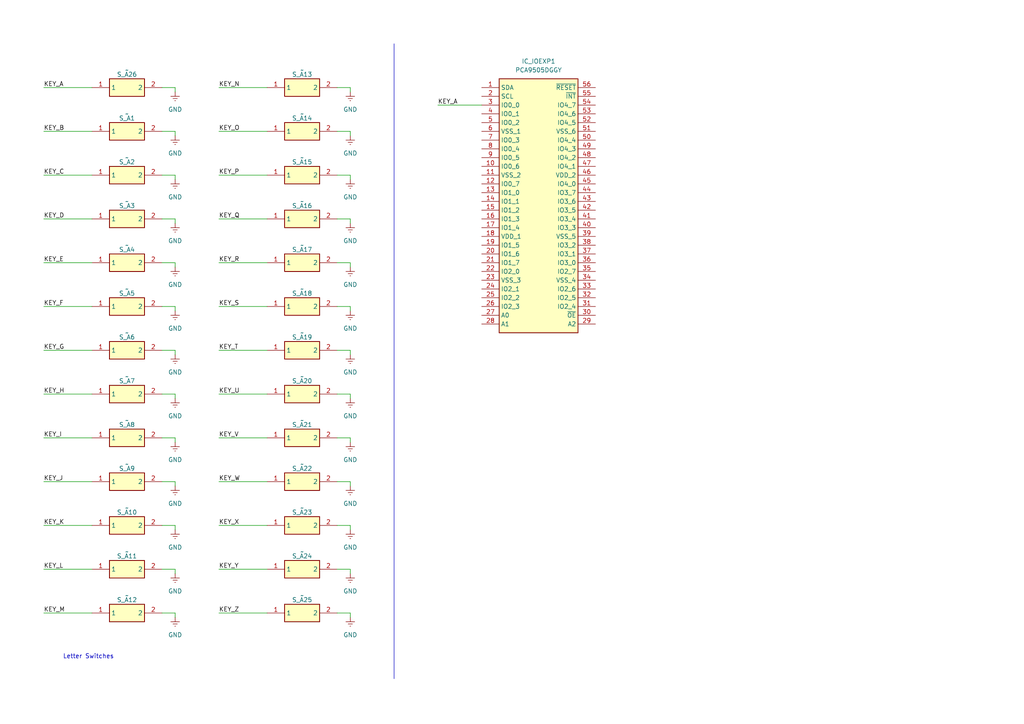
<source format=kicad_sch>
(kicad_sch
	(version 20231120)
	(generator "eeschema")
	(generator_version "8.0")
	(uuid "9764b4ba-7c88-49a9-89e6-e6f35382ac72")
	(paper "A4")
	(title_block
		(title "PS-OHK")
		(date "2024-05-06")
		(rev "1")
		(company "Polymath-Studio")
	)
	(lib_symbols
		(symbol "COM-13834:COM-13834"
			(exclude_from_sim no)
			(in_bom yes)
			(on_board yes)
			(property "Reference" "S"
				(at 16.51 7.62 0)
				(effects
					(font
						(size 1.27 1.27)
					)
					(justify left top)
				)
			)
			(property "Value" "COM-13834"
				(at 16.51 5.08 0)
				(effects
					(font
						(size 1.27 1.27)
					)
					(justify left top)
				)
			)
			(property "Footprint" "COM13834"
				(at 16.51 -94.92 0)
				(effects
					(font
						(size 1.27 1.27)
					)
					(justify left top)
					(hide yes)
				)
			)
			(property "Datasheet" "https://cdn.sparkfun.com/datasheets/Components/Switches/MX%20Series.pdf"
				(at 16.51 -194.92 0)
				(effects
					(font
						(size 1.27 1.27)
					)
					(justify left top)
					(hide yes)
				)
			)
			(property "Description" "Pushbutton Switch SPST-NO Keyswitch Through Hole, Standard force, click tactile, PCB mount- MX1A-E1NW"
				(at 0 0 0)
				(effects
					(font
						(size 1.27 1.27)
					)
					(hide yes)
				)
			)
			(property "Height" "15.2"
				(at 16.51 -394.92 0)
				(effects
					(font
						(size 1.27 1.27)
					)
					(justify left top)
					(hide yes)
				)
			)
			(property "Mouser Part Number" "474-COM-13834"
				(at 16.51 -494.92 0)
				(effects
					(font
						(size 1.27 1.27)
					)
					(justify left top)
					(hide yes)
				)
			)
			(property "Mouser Price/Stock" "https://www.mouser.co.uk/ProductDetail/SparkFun/COM-13834?qs=WyAARYrbSnYlamGcWwdgnQ%3D%3D"
				(at 16.51 -594.92 0)
				(effects
					(font
						(size 1.27 1.27)
					)
					(justify left top)
					(hide yes)
				)
			)
			(property "Manufacturer_Name" "SparkFun"
				(at 16.51 -694.92 0)
				(effects
					(font
						(size 1.27 1.27)
					)
					(justify left top)
					(hide yes)
				)
			)
			(property "Manufacturer_Part_Number" "COM-13834"
				(at 16.51 -794.92 0)
				(effects
					(font
						(size 1.27 1.27)
					)
					(justify left top)
					(hide yes)
				)
			)
			(symbol "COM-13834_1_1"
				(rectangle
					(start 5.08 2.54)
					(end 15.24 -2.54)
					(stroke
						(width 0.254)
						(type default)
					)
					(fill
						(type background)
					)
				)
				(pin passive line
					(at 20.32 0 180)
					(length 5.08)
					(name "1"
						(effects
							(font
								(size 1.27 1.27)
							)
						)
					)
					(number "1"
						(effects
							(font
								(size 1.27 1.27)
							)
						)
					)
				)
				(pin passive line
					(at 0 0 0)
					(length 5.08)
					(name "2"
						(effects
							(font
								(size 1.27 1.27)
							)
						)
					)
					(number "2"
						(effects
							(font
								(size 1.27 1.27)
							)
						)
					)
				)
			)
		)
		(symbol "PCA9505DGGY:PCA9505DGGY"
			(exclude_from_sim no)
			(in_bom yes)
			(on_board yes)
			(property "Reference" "IC"
				(at 29.21 7.62 0)
				(effects
					(font
						(size 1.27 1.27)
					)
					(justify left top)
				)
			)
			(property "Value" "PCA9505DGGY"
				(at 29.21 5.08 0)
				(effects
					(font
						(size 1.27 1.27)
					)
					(justify left top)
				)
			)
			(property "Footprint" "SOP50P810X120-56N"
				(at 29.21 -94.92 0)
				(effects
					(font
						(size 1.27 1.27)
					)
					(justify left top)
					(hide yes)
				)
			)
			(property "Datasheet" "https://www.mouser.es/datasheet/2/302/PCA9505_9506-2539769.pdf"
				(at 29.21 -194.92 0)
				(effects
					(font
						(size 1.27 1.27)
					)
					(justify left top)
					(hide yes)
				)
			)
			(property "Description" "Interface - I/O Expanders 40-bit I2C-bus I/O port with RESET, OE and INT"
				(at 0 0 0)
				(effects
					(font
						(size 1.27 1.27)
					)
					(hide yes)
				)
			)
			(property "Height" "1.2"
				(at 29.21 -394.92 0)
				(effects
					(font
						(size 1.27 1.27)
					)
					(justify left top)
					(hide yes)
				)
			)
			(property "Mouser Part Number" "771-PCA9505DGGY"
				(at 29.21 -494.92 0)
				(effects
					(font
						(size 1.27 1.27)
					)
					(justify left top)
					(hide yes)
				)
			)
			(property "Mouser Price/Stock" "https://www.mouser.co.uk/ProductDetail/NXP-Semiconductors/PCA9505DGGY?qs=pBJMDPsKWf1CmIK0nlAc%2FA%3D%3D"
				(at 29.21 -594.92 0)
				(effects
					(font
						(size 1.27 1.27)
					)
					(justify left top)
					(hide yes)
				)
			)
			(property "Manufacturer_Name" "NXP"
				(at 29.21 -694.92 0)
				(effects
					(font
						(size 1.27 1.27)
					)
					(justify left top)
					(hide yes)
				)
			)
			(property "Manufacturer_Part_Number" "PCA9505DGGY"
				(at 29.21 -794.92 0)
				(effects
					(font
						(size 1.27 1.27)
					)
					(justify left top)
					(hide yes)
				)
			)
			(symbol "PCA9505DGGY_1_1"
				(rectangle
					(start 5.08 2.54)
					(end 27.94 -71.12)
					(stroke
						(width 0.254)
						(type default)
					)
					(fill
						(type background)
					)
				)
				(pin passive line
					(at 0 0 0)
					(length 5.08)
					(name "SDA"
						(effects
							(font
								(size 1.27 1.27)
							)
						)
					)
					(number "1"
						(effects
							(font
								(size 1.27 1.27)
							)
						)
					)
				)
				(pin passive line
					(at 0 -22.86 0)
					(length 5.08)
					(name "IO0_6"
						(effects
							(font
								(size 1.27 1.27)
							)
						)
					)
					(number "10"
						(effects
							(font
								(size 1.27 1.27)
							)
						)
					)
				)
				(pin passive line
					(at 0 -25.4 0)
					(length 5.08)
					(name "VSS_2"
						(effects
							(font
								(size 1.27 1.27)
							)
						)
					)
					(number "11"
						(effects
							(font
								(size 1.27 1.27)
							)
						)
					)
				)
				(pin passive line
					(at 0 -27.94 0)
					(length 5.08)
					(name "IO0_7"
						(effects
							(font
								(size 1.27 1.27)
							)
						)
					)
					(number "12"
						(effects
							(font
								(size 1.27 1.27)
							)
						)
					)
				)
				(pin passive line
					(at 0 -30.48 0)
					(length 5.08)
					(name "IO1_0"
						(effects
							(font
								(size 1.27 1.27)
							)
						)
					)
					(number "13"
						(effects
							(font
								(size 1.27 1.27)
							)
						)
					)
				)
				(pin passive line
					(at 0 -33.02 0)
					(length 5.08)
					(name "IO1_1"
						(effects
							(font
								(size 1.27 1.27)
							)
						)
					)
					(number "14"
						(effects
							(font
								(size 1.27 1.27)
							)
						)
					)
				)
				(pin passive line
					(at 0 -35.56 0)
					(length 5.08)
					(name "IO1_2"
						(effects
							(font
								(size 1.27 1.27)
							)
						)
					)
					(number "15"
						(effects
							(font
								(size 1.27 1.27)
							)
						)
					)
				)
				(pin passive line
					(at 0 -38.1 0)
					(length 5.08)
					(name "IO1_3"
						(effects
							(font
								(size 1.27 1.27)
							)
						)
					)
					(number "16"
						(effects
							(font
								(size 1.27 1.27)
							)
						)
					)
				)
				(pin passive line
					(at 0 -40.64 0)
					(length 5.08)
					(name "IO1_4"
						(effects
							(font
								(size 1.27 1.27)
							)
						)
					)
					(number "17"
						(effects
							(font
								(size 1.27 1.27)
							)
						)
					)
				)
				(pin passive line
					(at 0 -43.18 0)
					(length 5.08)
					(name "VDD_1"
						(effects
							(font
								(size 1.27 1.27)
							)
						)
					)
					(number "18"
						(effects
							(font
								(size 1.27 1.27)
							)
						)
					)
				)
				(pin passive line
					(at 0 -45.72 0)
					(length 5.08)
					(name "IO1_5"
						(effects
							(font
								(size 1.27 1.27)
							)
						)
					)
					(number "19"
						(effects
							(font
								(size 1.27 1.27)
							)
						)
					)
				)
				(pin passive line
					(at 0 -2.54 0)
					(length 5.08)
					(name "SCL"
						(effects
							(font
								(size 1.27 1.27)
							)
						)
					)
					(number "2"
						(effects
							(font
								(size 1.27 1.27)
							)
						)
					)
				)
				(pin passive line
					(at 0 -48.26 0)
					(length 5.08)
					(name "IO1_6"
						(effects
							(font
								(size 1.27 1.27)
							)
						)
					)
					(number "20"
						(effects
							(font
								(size 1.27 1.27)
							)
						)
					)
				)
				(pin passive line
					(at 0 -50.8 0)
					(length 5.08)
					(name "IO1_7"
						(effects
							(font
								(size 1.27 1.27)
							)
						)
					)
					(number "21"
						(effects
							(font
								(size 1.27 1.27)
							)
						)
					)
				)
				(pin passive line
					(at 0 -53.34 0)
					(length 5.08)
					(name "IO2_0"
						(effects
							(font
								(size 1.27 1.27)
							)
						)
					)
					(number "22"
						(effects
							(font
								(size 1.27 1.27)
							)
						)
					)
				)
				(pin passive line
					(at 0 -55.88 0)
					(length 5.08)
					(name "VSS_3"
						(effects
							(font
								(size 1.27 1.27)
							)
						)
					)
					(number "23"
						(effects
							(font
								(size 1.27 1.27)
							)
						)
					)
				)
				(pin passive line
					(at 0 -58.42 0)
					(length 5.08)
					(name "IO2_1"
						(effects
							(font
								(size 1.27 1.27)
							)
						)
					)
					(number "24"
						(effects
							(font
								(size 1.27 1.27)
							)
						)
					)
				)
				(pin passive line
					(at 0 -60.96 0)
					(length 5.08)
					(name "IO2_2"
						(effects
							(font
								(size 1.27 1.27)
							)
						)
					)
					(number "25"
						(effects
							(font
								(size 1.27 1.27)
							)
						)
					)
				)
				(pin passive line
					(at 0 -63.5 0)
					(length 5.08)
					(name "IO2_3"
						(effects
							(font
								(size 1.27 1.27)
							)
						)
					)
					(number "26"
						(effects
							(font
								(size 1.27 1.27)
							)
						)
					)
				)
				(pin passive line
					(at 0 -66.04 0)
					(length 5.08)
					(name "A0"
						(effects
							(font
								(size 1.27 1.27)
							)
						)
					)
					(number "27"
						(effects
							(font
								(size 1.27 1.27)
							)
						)
					)
				)
				(pin passive line
					(at 0 -68.58 0)
					(length 5.08)
					(name "A1"
						(effects
							(font
								(size 1.27 1.27)
							)
						)
					)
					(number "28"
						(effects
							(font
								(size 1.27 1.27)
							)
						)
					)
				)
				(pin passive line
					(at 33.02 -68.58 180)
					(length 5.08)
					(name "A2"
						(effects
							(font
								(size 1.27 1.27)
							)
						)
					)
					(number "29"
						(effects
							(font
								(size 1.27 1.27)
							)
						)
					)
				)
				(pin passive line
					(at 0 -5.08 0)
					(length 5.08)
					(name "IO0_0"
						(effects
							(font
								(size 1.27 1.27)
							)
						)
					)
					(number "3"
						(effects
							(font
								(size 1.27 1.27)
							)
						)
					)
				)
				(pin passive line
					(at 33.02 -66.04 180)
					(length 5.08)
					(name "~{OE}"
						(effects
							(font
								(size 1.27 1.27)
							)
						)
					)
					(number "30"
						(effects
							(font
								(size 1.27 1.27)
							)
						)
					)
				)
				(pin passive line
					(at 33.02 -63.5 180)
					(length 5.08)
					(name "IO2_4"
						(effects
							(font
								(size 1.27 1.27)
							)
						)
					)
					(number "31"
						(effects
							(font
								(size 1.27 1.27)
							)
						)
					)
				)
				(pin passive line
					(at 33.02 -60.96 180)
					(length 5.08)
					(name "IO2_5"
						(effects
							(font
								(size 1.27 1.27)
							)
						)
					)
					(number "32"
						(effects
							(font
								(size 1.27 1.27)
							)
						)
					)
				)
				(pin passive line
					(at 33.02 -58.42 180)
					(length 5.08)
					(name "IO2_6"
						(effects
							(font
								(size 1.27 1.27)
							)
						)
					)
					(number "33"
						(effects
							(font
								(size 1.27 1.27)
							)
						)
					)
				)
				(pin passive line
					(at 33.02 -55.88 180)
					(length 5.08)
					(name "VSS_4"
						(effects
							(font
								(size 1.27 1.27)
							)
						)
					)
					(number "34"
						(effects
							(font
								(size 1.27 1.27)
							)
						)
					)
				)
				(pin passive line
					(at 33.02 -53.34 180)
					(length 5.08)
					(name "IO2_7"
						(effects
							(font
								(size 1.27 1.27)
							)
						)
					)
					(number "35"
						(effects
							(font
								(size 1.27 1.27)
							)
						)
					)
				)
				(pin passive line
					(at 33.02 -50.8 180)
					(length 5.08)
					(name "IO3_0"
						(effects
							(font
								(size 1.27 1.27)
							)
						)
					)
					(number "36"
						(effects
							(font
								(size 1.27 1.27)
							)
						)
					)
				)
				(pin passive line
					(at 33.02 -48.26 180)
					(length 5.08)
					(name "IO3_1"
						(effects
							(font
								(size 1.27 1.27)
							)
						)
					)
					(number "37"
						(effects
							(font
								(size 1.27 1.27)
							)
						)
					)
				)
				(pin passive line
					(at 33.02 -45.72 180)
					(length 5.08)
					(name "IO3_2"
						(effects
							(font
								(size 1.27 1.27)
							)
						)
					)
					(number "38"
						(effects
							(font
								(size 1.27 1.27)
							)
						)
					)
				)
				(pin passive line
					(at 33.02 -43.18 180)
					(length 5.08)
					(name "VSS_5"
						(effects
							(font
								(size 1.27 1.27)
							)
						)
					)
					(number "39"
						(effects
							(font
								(size 1.27 1.27)
							)
						)
					)
				)
				(pin passive line
					(at 0 -7.62 0)
					(length 5.08)
					(name "IO0_1"
						(effects
							(font
								(size 1.27 1.27)
							)
						)
					)
					(number "4"
						(effects
							(font
								(size 1.27 1.27)
							)
						)
					)
				)
				(pin passive line
					(at 33.02 -40.64 180)
					(length 5.08)
					(name "IO3_3"
						(effects
							(font
								(size 1.27 1.27)
							)
						)
					)
					(number "40"
						(effects
							(font
								(size 1.27 1.27)
							)
						)
					)
				)
				(pin passive line
					(at 33.02 -38.1 180)
					(length 5.08)
					(name "IO3_4"
						(effects
							(font
								(size 1.27 1.27)
							)
						)
					)
					(number "41"
						(effects
							(font
								(size 1.27 1.27)
							)
						)
					)
				)
				(pin passive line
					(at 33.02 -35.56 180)
					(length 5.08)
					(name "IO3_5"
						(effects
							(font
								(size 1.27 1.27)
							)
						)
					)
					(number "42"
						(effects
							(font
								(size 1.27 1.27)
							)
						)
					)
				)
				(pin passive line
					(at 33.02 -33.02 180)
					(length 5.08)
					(name "IO3_6"
						(effects
							(font
								(size 1.27 1.27)
							)
						)
					)
					(number "43"
						(effects
							(font
								(size 1.27 1.27)
							)
						)
					)
				)
				(pin passive line
					(at 33.02 -30.48 180)
					(length 5.08)
					(name "IO3_7"
						(effects
							(font
								(size 1.27 1.27)
							)
						)
					)
					(number "44"
						(effects
							(font
								(size 1.27 1.27)
							)
						)
					)
				)
				(pin passive line
					(at 33.02 -27.94 180)
					(length 5.08)
					(name "IO4_0"
						(effects
							(font
								(size 1.27 1.27)
							)
						)
					)
					(number "45"
						(effects
							(font
								(size 1.27 1.27)
							)
						)
					)
				)
				(pin passive line
					(at 33.02 -25.4 180)
					(length 5.08)
					(name "VDD_2"
						(effects
							(font
								(size 1.27 1.27)
							)
						)
					)
					(number "46"
						(effects
							(font
								(size 1.27 1.27)
							)
						)
					)
				)
				(pin passive line
					(at 33.02 -22.86 180)
					(length 5.08)
					(name "IO4_1"
						(effects
							(font
								(size 1.27 1.27)
							)
						)
					)
					(number "47"
						(effects
							(font
								(size 1.27 1.27)
							)
						)
					)
				)
				(pin passive line
					(at 33.02 -20.32 180)
					(length 5.08)
					(name "IO4_2"
						(effects
							(font
								(size 1.27 1.27)
							)
						)
					)
					(number "48"
						(effects
							(font
								(size 1.27 1.27)
							)
						)
					)
				)
				(pin passive line
					(at 33.02 -17.78 180)
					(length 5.08)
					(name "IO4_3"
						(effects
							(font
								(size 1.27 1.27)
							)
						)
					)
					(number "49"
						(effects
							(font
								(size 1.27 1.27)
							)
						)
					)
				)
				(pin passive line
					(at 0 -10.16 0)
					(length 5.08)
					(name "IO0_2"
						(effects
							(font
								(size 1.27 1.27)
							)
						)
					)
					(number "5"
						(effects
							(font
								(size 1.27 1.27)
							)
						)
					)
				)
				(pin passive line
					(at 33.02 -15.24 180)
					(length 5.08)
					(name "IO4_4"
						(effects
							(font
								(size 1.27 1.27)
							)
						)
					)
					(number "50"
						(effects
							(font
								(size 1.27 1.27)
							)
						)
					)
				)
				(pin passive line
					(at 33.02 -12.7 180)
					(length 5.08)
					(name "VSS_6"
						(effects
							(font
								(size 1.27 1.27)
							)
						)
					)
					(number "51"
						(effects
							(font
								(size 1.27 1.27)
							)
						)
					)
				)
				(pin passive line
					(at 33.02 -10.16 180)
					(length 5.08)
					(name "IO4_5"
						(effects
							(font
								(size 1.27 1.27)
							)
						)
					)
					(number "52"
						(effects
							(font
								(size 1.27 1.27)
							)
						)
					)
				)
				(pin passive line
					(at 33.02 -7.62 180)
					(length 5.08)
					(name "IO4_6"
						(effects
							(font
								(size 1.27 1.27)
							)
						)
					)
					(number "53"
						(effects
							(font
								(size 1.27 1.27)
							)
						)
					)
				)
				(pin passive line
					(at 33.02 -5.08 180)
					(length 5.08)
					(name "IO4_7"
						(effects
							(font
								(size 1.27 1.27)
							)
						)
					)
					(number "54"
						(effects
							(font
								(size 1.27 1.27)
							)
						)
					)
				)
				(pin passive line
					(at 33.02 -2.54 180)
					(length 5.08)
					(name "~{INT}"
						(effects
							(font
								(size 1.27 1.27)
							)
						)
					)
					(number "55"
						(effects
							(font
								(size 1.27 1.27)
							)
						)
					)
				)
				(pin passive line
					(at 33.02 0 180)
					(length 5.08)
					(name "~{RESET}"
						(effects
							(font
								(size 1.27 1.27)
							)
						)
					)
					(number "56"
						(effects
							(font
								(size 1.27 1.27)
							)
						)
					)
				)
				(pin passive line
					(at 0 -12.7 0)
					(length 5.08)
					(name "VSS_1"
						(effects
							(font
								(size 1.27 1.27)
							)
						)
					)
					(number "6"
						(effects
							(font
								(size 1.27 1.27)
							)
						)
					)
				)
				(pin passive line
					(at 0 -15.24 0)
					(length 5.08)
					(name "IO0_3"
						(effects
							(font
								(size 1.27 1.27)
							)
						)
					)
					(number "7"
						(effects
							(font
								(size 1.27 1.27)
							)
						)
					)
				)
				(pin passive line
					(at 0 -17.78 0)
					(length 5.08)
					(name "IO0_4"
						(effects
							(font
								(size 1.27 1.27)
							)
						)
					)
					(number "8"
						(effects
							(font
								(size 1.27 1.27)
							)
						)
					)
				)
				(pin passive line
					(at 0 -20.32 0)
					(length 5.08)
					(name "IO0_5"
						(effects
							(font
								(size 1.27 1.27)
							)
						)
					)
					(number "9"
						(effects
							(font
								(size 1.27 1.27)
							)
						)
					)
				)
			)
		)
		(symbol "power:Earth"
			(power)
			(pin_numbers hide)
			(pin_names
				(offset 0) hide)
			(exclude_from_sim no)
			(in_bom yes)
			(on_board yes)
			(property "Reference" "#PWR"
				(at 0 -6.35 0)
				(effects
					(font
						(size 1.27 1.27)
					)
					(hide yes)
				)
			)
			(property "Value" "Earth"
				(at 0 -3.81 0)
				(effects
					(font
						(size 1.27 1.27)
					)
				)
			)
			(property "Footprint" ""
				(at 0 0 0)
				(effects
					(font
						(size 1.27 1.27)
					)
					(hide yes)
				)
			)
			(property "Datasheet" "~"
				(at 0 0 0)
				(effects
					(font
						(size 1.27 1.27)
					)
					(hide yes)
				)
			)
			(property "Description" "Power symbol creates a global label with name \"Earth\""
				(at 0 0 0)
				(effects
					(font
						(size 1.27 1.27)
					)
					(hide yes)
				)
			)
			(property "ki_keywords" "global ground gnd"
				(at 0 0 0)
				(effects
					(font
						(size 1.27 1.27)
					)
					(hide yes)
				)
			)
			(symbol "Earth_0_1"
				(polyline
					(pts
						(xy -0.635 -1.905) (xy 0.635 -1.905)
					)
					(stroke
						(width 0)
						(type default)
					)
					(fill
						(type none)
					)
				)
				(polyline
					(pts
						(xy -0.127 -2.54) (xy 0.127 -2.54)
					)
					(stroke
						(width 0)
						(type default)
					)
					(fill
						(type none)
					)
				)
				(polyline
					(pts
						(xy 0 -1.27) (xy 0 0)
					)
					(stroke
						(width 0)
						(type default)
					)
					(fill
						(type none)
					)
				)
				(polyline
					(pts
						(xy 1.27 -1.27) (xy -1.27 -1.27)
					)
					(stroke
						(width 0)
						(type default)
					)
					(fill
						(type none)
					)
				)
			)
			(symbol "Earth_1_1"
				(pin power_in line
					(at 0 0 270)
					(length 0)
					(name "~"
						(effects
							(font
								(size 1.27 1.27)
							)
						)
					)
					(number "1"
						(effects
							(font
								(size 1.27 1.27)
							)
						)
					)
				)
			)
		)
	)
	(wire
		(pts
			(xy 63.5 101.6) (xy 77.47 101.6)
		)
		(stroke
			(width 0)
			(type default)
		)
		(uuid "07b52d76-c0f3-4d80-8405-1f6eff6812a5")
	)
	(wire
		(pts
			(xy 63.5 165.1) (xy 77.47 165.1)
		)
		(stroke
			(width 0)
			(type default)
		)
		(uuid "0cd2b017-74ba-43b8-9caa-ae1ad74531ac")
	)
	(wire
		(pts
			(xy 63.5 139.7) (xy 77.47 139.7)
		)
		(stroke
			(width 0)
			(type default)
		)
		(uuid "18051345-edf3-41a1-965e-2893725fb07a")
	)
	(wire
		(pts
			(xy 46.99 127) (xy 50.8 127)
		)
		(stroke
			(width 0)
			(type default)
		)
		(uuid "185b1bae-7050-4380-9698-754ae0b4d3d2")
	)
	(wire
		(pts
			(xy 63.5 76.2) (xy 77.47 76.2)
		)
		(stroke
			(width 0)
			(type default)
		)
		(uuid "1d1bcc66-023d-4de3-9f3a-a5af3710dfd3")
	)
	(wire
		(pts
			(xy 46.99 165.1) (xy 50.8 165.1)
		)
		(stroke
			(width 0)
			(type default)
		)
		(uuid "2151ca02-e883-451d-a3e4-2a7e7c418e14")
	)
	(wire
		(pts
			(xy 101.6 38.1) (xy 101.6 39.37)
		)
		(stroke
			(width 0)
			(type default)
		)
		(uuid "24a32943-66a8-4e26-9d19-848906895281")
	)
	(wire
		(pts
			(xy 50.8 63.5) (xy 50.8 64.77)
		)
		(stroke
			(width 0)
			(type default)
		)
		(uuid "26556fc9-c285-45ed-9383-490793f87b5b")
	)
	(wire
		(pts
			(xy 50.8 25.4) (xy 50.8 26.67)
		)
		(stroke
			(width 0)
			(type default)
		)
		(uuid "2de733eb-6491-4e19-ad98-44b133b46697")
	)
	(wire
		(pts
			(xy 50.8 127) (xy 50.8 128.27)
		)
		(stroke
			(width 0)
			(type default)
		)
		(uuid "2fde0ab3-12f9-4b5f-8b81-289d79dadd98")
	)
	(wire
		(pts
			(xy 63.5 50.8) (xy 77.47 50.8)
		)
		(stroke
			(width 0)
			(type default)
		)
		(uuid "31208afa-2c13-4389-b43c-ce3c27f9f9cc")
	)
	(wire
		(pts
			(xy 46.99 139.7) (xy 50.8 139.7)
		)
		(stroke
			(width 0)
			(type default)
		)
		(uuid "3196b062-7215-4f5e-8bd5-54462d3730cd")
	)
	(wire
		(pts
			(xy 46.99 152.4) (xy 50.8 152.4)
		)
		(stroke
			(width 0)
			(type default)
		)
		(uuid "323dcbbc-66c7-4ac1-9219-41cdab90e1fa")
	)
	(wire
		(pts
			(xy 101.6 101.6) (xy 101.6 102.87)
		)
		(stroke
			(width 0)
			(type default)
		)
		(uuid "3509bcc9-e8cf-4c6e-bf4f-187a6caf95e0")
	)
	(wire
		(pts
			(xy 46.99 114.3) (xy 50.8 114.3)
		)
		(stroke
			(width 0)
			(type default)
		)
		(uuid "35a8f6dd-41b2-4f57-bdd6-706136b40411")
	)
	(wire
		(pts
			(xy 63.5 38.1) (xy 77.47 38.1)
		)
		(stroke
			(width 0)
			(type default)
		)
		(uuid "3b585aaf-826c-479c-a016-124273068068")
	)
	(wire
		(pts
			(xy 12.7 63.5) (xy 26.67 63.5)
		)
		(stroke
			(width 0)
			(type default)
		)
		(uuid "4069ba17-b225-4c1e-b8ee-420101498b52")
	)
	(wire
		(pts
			(xy 97.79 76.2) (xy 101.6 76.2)
		)
		(stroke
			(width 0)
			(type default)
		)
		(uuid "42fd2ea9-7296-428e-9feb-439e3ca5902b")
	)
	(wire
		(pts
			(xy 46.99 63.5) (xy 50.8 63.5)
		)
		(stroke
			(width 0)
			(type default)
		)
		(uuid "45765206-3b26-4190-befe-25930db8947b")
	)
	(wire
		(pts
			(xy 50.8 139.7) (xy 50.8 140.97)
		)
		(stroke
			(width 0)
			(type default)
		)
		(uuid "45f8e2f5-db6d-4127-b105-5e964349e8fb")
	)
	(wire
		(pts
			(xy 12.7 50.8) (xy 26.67 50.8)
		)
		(stroke
			(width 0)
			(type default)
		)
		(uuid "496ff3b1-e02f-4429-80fb-88d616cbd5fc")
	)
	(wire
		(pts
			(xy 63.5 63.5) (xy 77.47 63.5)
		)
		(stroke
			(width 0)
			(type default)
		)
		(uuid "50b601fe-348c-4ba2-87be-52766b13ddd0")
	)
	(wire
		(pts
			(xy 46.99 88.9) (xy 50.8 88.9)
		)
		(stroke
			(width 0)
			(type default)
		)
		(uuid "53b65279-17f1-438d-b9c6-c38105a933a0")
	)
	(wire
		(pts
			(xy 101.6 88.9) (xy 101.6 90.17)
		)
		(stroke
			(width 0)
			(type default)
		)
		(uuid "5ab0365d-6fbe-45b9-b76e-f68234c8a8df")
	)
	(wire
		(pts
			(xy 63.5 177.8) (xy 77.47 177.8)
		)
		(stroke
			(width 0)
			(type default)
		)
		(uuid "5d6e3de4-eecc-49bb-a000-72c96152c37a")
	)
	(wire
		(pts
			(xy 12.7 114.3) (xy 26.67 114.3)
		)
		(stroke
			(width 0)
			(type default)
		)
		(uuid "64c00e2d-1452-4b68-ab16-04cf44dbaa3a")
	)
	(wire
		(pts
			(xy 50.8 114.3) (xy 50.8 115.57)
		)
		(stroke
			(width 0)
			(type default)
		)
		(uuid "65e4b4b3-5a68-4a49-b685-844607518377")
	)
	(wire
		(pts
			(xy 63.5 88.9) (xy 77.47 88.9)
		)
		(stroke
			(width 0)
			(type default)
		)
		(uuid "66db2969-8791-4217-9105-33d30385a914")
	)
	(wire
		(pts
			(xy 63.5 152.4) (xy 77.47 152.4)
		)
		(stroke
			(width 0)
			(type default)
		)
		(uuid "68d44100-145f-4884-92d1-d222897b8147")
	)
	(wire
		(pts
			(xy 97.79 114.3) (xy 101.6 114.3)
		)
		(stroke
			(width 0)
			(type default)
		)
		(uuid "68d802df-229b-4dae-b071-fbc265df7869")
	)
	(wire
		(pts
			(xy 97.79 152.4) (xy 101.6 152.4)
		)
		(stroke
			(width 0)
			(type default)
		)
		(uuid "6bf06905-ef56-4d42-9150-2c2dbe6cf2b4")
	)
	(wire
		(pts
			(xy 46.99 101.6) (xy 50.8 101.6)
		)
		(stroke
			(width 0)
			(type default)
		)
		(uuid "6e7eeea6-7a84-45d2-bf12-81a1b70f5544")
	)
	(wire
		(pts
			(xy 97.79 127) (xy 101.6 127)
		)
		(stroke
			(width 0)
			(type default)
		)
		(uuid "7230b69f-7820-46e9-b299-21576a355524")
	)
	(wire
		(pts
			(xy 97.79 101.6) (xy 101.6 101.6)
		)
		(stroke
			(width 0)
			(type default)
		)
		(uuid "72fc885c-ba37-4e8a-a6ba-b1ef75d1c414")
	)
	(wire
		(pts
			(xy 50.8 38.1) (xy 50.8 39.37)
		)
		(stroke
			(width 0)
			(type default)
		)
		(uuid "7438da5b-9ac6-4e2a-99c5-4e33ff3e17cd")
	)
	(wire
		(pts
			(xy 101.6 50.8) (xy 101.6 52.07)
		)
		(stroke
			(width 0)
			(type default)
		)
		(uuid "7a07582d-d923-49dd-aa03-906df5364e0e")
	)
	(wire
		(pts
			(xy 12.7 165.1) (xy 26.67 165.1)
		)
		(stroke
			(width 0)
			(type default)
		)
		(uuid "7a076a50-18a0-461d-9ee7-76f16f20347f")
	)
	(wire
		(pts
			(xy 12.7 177.8) (xy 26.67 177.8)
		)
		(stroke
			(width 0)
			(type default)
		)
		(uuid "7a47febd-a7eb-4532-ac73-87af9088ce4e")
	)
	(wire
		(pts
			(xy 97.79 139.7) (xy 101.6 139.7)
		)
		(stroke
			(width 0)
			(type default)
		)
		(uuid "7da035d5-50bd-40f8-9a8c-8040b44a1296")
	)
	(wire
		(pts
			(xy 101.6 177.8) (xy 101.6 179.07)
		)
		(stroke
			(width 0)
			(type default)
		)
		(uuid "8166e918-3354-44a6-a67a-55dead1ddf96")
	)
	(wire
		(pts
			(xy 101.6 139.7) (xy 101.6 140.97)
		)
		(stroke
			(width 0)
			(type default)
		)
		(uuid "826b78e1-3e25-4f6f-9aa8-83f37b0a31d4")
	)
	(wire
		(pts
			(xy 12.7 38.1) (xy 26.67 38.1)
		)
		(stroke
			(width 0)
			(type default)
		)
		(uuid "84b00b90-8fc0-46c5-b1ab-6d5400ad40fb")
	)
	(wire
		(pts
			(xy 12.7 101.6) (xy 26.67 101.6)
		)
		(stroke
			(width 0)
			(type default)
		)
		(uuid "891f2156-c0db-4645-8c26-fe3ede1742d4")
	)
	(wire
		(pts
			(xy 50.8 165.1) (xy 50.8 166.37)
		)
		(stroke
			(width 0)
			(type default)
		)
		(uuid "8f339a8c-8524-4f30-bd3c-a5b2b3707115")
	)
	(wire
		(pts
			(xy 101.6 127) (xy 101.6 128.27)
		)
		(stroke
			(width 0)
			(type default)
		)
		(uuid "9826f25a-8d29-4bbf-bda3-70232e20a0ca")
	)
	(wire
		(pts
			(xy 127 30.48) (xy 139.7 30.48)
		)
		(stroke
			(width 0)
			(type default)
		)
		(uuid "9912c052-2546-4abe-b2c7-b3b8a386d1c5")
	)
	(wire
		(pts
			(xy 101.6 76.2) (xy 101.6 77.47)
		)
		(stroke
			(width 0)
			(type default)
		)
		(uuid "9dc4cce1-6fdd-41b5-aaa7-6b17ecedbbb2")
	)
	(wire
		(pts
			(xy 97.79 165.1) (xy 101.6 165.1)
		)
		(stroke
			(width 0)
			(type default)
		)
		(uuid "a16d0e54-b366-4ad1-913e-a6ea590ef2e6")
	)
	(wire
		(pts
			(xy 12.7 88.9) (xy 26.67 88.9)
		)
		(stroke
			(width 0)
			(type default)
		)
		(uuid "a266baab-4b11-4519-8a99-1ab9415b99b7")
	)
	(wire
		(pts
			(xy 63.5 114.3) (xy 77.47 114.3)
		)
		(stroke
			(width 0)
			(type default)
		)
		(uuid "a60b3855-7b55-4c12-9afd-b448a9b8e0b7")
	)
	(wire
		(pts
			(xy 97.79 50.8) (xy 101.6 50.8)
		)
		(stroke
			(width 0)
			(type default)
		)
		(uuid "abb30d1d-f341-4b70-ba3d-a5f84cbef98f")
	)
	(wire
		(pts
			(xy 97.79 177.8) (xy 101.6 177.8)
		)
		(stroke
			(width 0)
			(type default)
		)
		(uuid "ae6f5b38-bbaa-42b3-b7f6-11ab74ec0560")
	)
	(wire
		(pts
			(xy 101.6 152.4) (xy 101.6 153.67)
		)
		(stroke
			(width 0)
			(type default)
		)
		(uuid "b62fd543-d529-414f-b990-0406fae6fee7")
	)
	(wire
		(pts
			(xy 12.7 76.2) (xy 26.67 76.2)
		)
		(stroke
			(width 0)
			(type default)
		)
		(uuid "b6448b70-180d-4158-85cc-498a677965e0")
	)
	(wire
		(pts
			(xy 50.8 76.2) (xy 50.8 77.47)
		)
		(stroke
			(width 0)
			(type default)
		)
		(uuid "bbf2207d-627e-4438-aaf9-a4041977a3d1")
	)
	(polyline
		(pts
			(xy 114.3 12.7) (xy 114.3 196.85)
		)
		(stroke
			(width 0)
			(type default)
		)
		(uuid "bd49229d-40ef-4817-bdf0-9f2d66f30695")
	)
	(wire
		(pts
			(xy 50.8 101.6) (xy 50.8 102.87)
		)
		(stroke
			(width 0)
			(type default)
		)
		(uuid "be163400-cf1a-4a68-a71e-c276c6a6ee1c")
	)
	(wire
		(pts
			(xy 97.79 25.4) (xy 101.6 25.4)
		)
		(stroke
			(width 0)
			(type default)
		)
		(uuid "be3fd839-e8e5-4c2c-8775-d7be3463caf7")
	)
	(wire
		(pts
			(xy 101.6 63.5) (xy 101.6 64.77)
		)
		(stroke
			(width 0)
			(type default)
		)
		(uuid "c24d633d-7743-4b78-90a1-3659eb76c684")
	)
	(wire
		(pts
			(xy 97.79 38.1) (xy 101.6 38.1)
		)
		(stroke
			(width 0)
			(type default)
		)
		(uuid "c2cf83ca-d132-4a34-a9b9-be8cee0b3b98")
	)
	(wire
		(pts
			(xy 46.99 177.8) (xy 50.8 177.8)
		)
		(stroke
			(width 0)
			(type default)
		)
		(uuid "c7f6fdcd-2107-4164-8138-979092eb463a")
	)
	(wire
		(pts
			(xy 63.5 25.4) (xy 77.47 25.4)
		)
		(stroke
			(width 0)
			(type default)
		)
		(uuid "c9e312d7-7a88-467d-9213-12da614d7420")
	)
	(wire
		(pts
			(xy 12.7 25.4) (xy 26.67 25.4)
		)
		(stroke
			(width 0)
			(type default)
		)
		(uuid "ccbeb809-da8d-4cc9-aa52-33990d8a275b")
	)
	(wire
		(pts
			(xy 97.79 88.9) (xy 101.6 88.9)
		)
		(stroke
			(width 0)
			(type default)
		)
		(uuid "d456eed4-9595-4ca6-a5ca-eda43ebacdf7")
	)
	(wire
		(pts
			(xy 101.6 165.1) (xy 101.6 166.37)
		)
		(stroke
			(width 0)
			(type default)
		)
		(uuid "dfed8d4a-ec9d-4a50-b980-836e7dc2ff1f")
	)
	(wire
		(pts
			(xy 12.7 127) (xy 26.67 127)
		)
		(stroke
			(width 0)
			(type default)
		)
		(uuid "e0158fb3-8a58-40a7-8bc2-85ac824911cb")
	)
	(wire
		(pts
			(xy 46.99 76.2) (xy 50.8 76.2)
		)
		(stroke
			(width 0)
			(type default)
		)
		(uuid "e3261d9d-2beb-47f3-896a-3395ac83664d")
	)
	(wire
		(pts
			(xy 46.99 25.4) (xy 50.8 25.4)
		)
		(stroke
			(width 0)
			(type default)
		)
		(uuid "e33f7df6-fc2c-4d2a-bc97-dc98c616d70d")
	)
	(wire
		(pts
			(xy 101.6 25.4) (xy 101.6 26.67)
		)
		(stroke
			(width 0)
			(type default)
		)
		(uuid "e38bfd6e-eda4-47a4-a3e8-d8dbe5413632")
	)
	(wire
		(pts
			(xy 63.5 127) (xy 77.47 127)
		)
		(stroke
			(width 0)
			(type default)
		)
		(uuid "e7c19211-05af-413a-973f-e2abe0ba5ee8")
	)
	(wire
		(pts
			(xy 46.99 38.1) (xy 50.8 38.1)
		)
		(stroke
			(width 0)
			(type default)
		)
		(uuid "e894a4c7-1411-4cbd-84d3-25857ee3af6b")
	)
	(wire
		(pts
			(xy 97.79 63.5) (xy 101.6 63.5)
		)
		(stroke
			(width 0)
			(type default)
		)
		(uuid "ea69a76a-1d9e-4647-8b67-be01da1aaced")
	)
	(wire
		(pts
			(xy 101.6 114.3) (xy 101.6 115.57)
		)
		(stroke
			(width 0)
			(type default)
		)
		(uuid "eec0a525-3427-4181-b12e-053fe1710955")
	)
	(wire
		(pts
			(xy 46.99 50.8) (xy 50.8 50.8)
		)
		(stroke
			(width 0)
			(type default)
		)
		(uuid "eff10357-73f6-48fa-b6a7-de1b4390265c")
	)
	(wire
		(pts
			(xy 50.8 88.9) (xy 50.8 90.17)
		)
		(stroke
			(width 0)
			(type default)
		)
		(uuid "f3cdad08-fafc-4e6b-924e-fcde9fb4cbb8")
	)
	(wire
		(pts
			(xy 12.7 139.7) (xy 26.67 139.7)
		)
		(stroke
			(width 0)
			(type default)
		)
		(uuid "f570cf07-5004-47f6-8ffa-c81e52608652")
	)
	(wire
		(pts
			(xy 50.8 152.4) (xy 50.8 153.67)
		)
		(stroke
			(width 0)
			(type default)
		)
		(uuid "f585688c-9350-4831-b520-f452870bef87")
	)
	(wire
		(pts
			(xy 50.8 177.8) (xy 50.8 179.07)
		)
		(stroke
			(width 0)
			(type default)
		)
		(uuid "fbb18ac1-bd6a-4c90-905d-af17f4669d33")
	)
	(wire
		(pts
			(xy 12.7 152.4) (xy 26.67 152.4)
		)
		(stroke
			(width 0)
			(type default)
		)
		(uuid "fe1f3712-46ed-4589-99e4-b0ade81b24e3")
	)
	(wire
		(pts
			(xy 50.8 50.8) (xy 50.8 52.07)
		)
		(stroke
			(width 0)
			(type default)
		)
		(uuid "ffc5ccb7-2fb0-4126-9872-56ee5808cb3f")
	)
	(text "Letter Switches"
		(exclude_from_sim no)
		(at 25.654 190.5 0)
		(effects
			(font
				(size 1.27 1.27)
			)
		)
		(uuid "959e4863-3f22-487c-adab-2dc88cdf6328")
	)
	(label "KEY_F"
		(at 12.7 88.9 0)
		(fields_autoplaced yes)
		(effects
			(font
				(size 1.27 1.27)
			)
			(justify left bottom)
		)
		(uuid "0a4e5edf-3ab4-415f-ba0a-1c78484da40c")
	)
	(label "KEY_H"
		(at 12.7 114.3 0)
		(fields_autoplaced yes)
		(effects
			(font
				(size 1.27 1.27)
			)
			(justify left bottom)
		)
		(uuid "1343709d-a6bc-4750-91ce-daec490261c8")
	)
	(label "KEY_D"
		(at 12.7 63.5 0)
		(fields_autoplaced yes)
		(effects
			(font
				(size 1.27 1.27)
			)
			(justify left bottom)
		)
		(uuid "14e818fe-70ca-400d-aa3c-09f18f20ed35")
	)
	(label "KEY_X"
		(at 63.5 152.4 0)
		(fields_autoplaced yes)
		(effects
			(font
				(size 1.27 1.27)
			)
			(justify left bottom)
		)
		(uuid "4207f8e7-6e38-45d3-aa55-e85e3eed7334")
	)
	(label "KEY_R"
		(at 63.5 76.2 0)
		(fields_autoplaced yes)
		(effects
			(font
				(size 1.27 1.27)
			)
			(justify left bottom)
		)
		(uuid "42e3088c-15c7-4d19-9e51-dddf00e09a3f")
	)
	(label "KEY_G"
		(at 12.7 101.6 0)
		(fields_autoplaced yes)
		(effects
			(font
				(size 1.27 1.27)
			)
			(justify left bottom)
		)
		(uuid "44258c5d-0816-4209-a84e-51a0fcda2c82")
	)
	(label "KEY_Z"
		(at 63.5 177.8 0)
		(fields_autoplaced yes)
		(effects
			(font
				(size 1.27 1.27)
			)
			(justify left bottom)
		)
		(uuid "455ef40c-d63a-466f-bc0c-d19d34b83090")
	)
	(label "KEY_Q"
		(at 63.5 63.5 0)
		(fields_autoplaced yes)
		(effects
			(font
				(size 1.27 1.27)
			)
			(justify left bottom)
		)
		(uuid "495f664d-14a7-4b78-8d67-8ff1143d4684")
	)
	(label "KEY_W"
		(at 63.5 139.7 0)
		(fields_autoplaced yes)
		(effects
			(font
				(size 1.27 1.27)
			)
			(justify left bottom)
		)
		(uuid "52a59dec-7603-4d8e-9328-74a47bfe8ffc")
	)
	(label "KEY_A"
		(at 12.7 25.4 0)
		(fields_autoplaced yes)
		(effects
			(font
				(size 1.27 1.27)
			)
			(justify left bottom)
		)
		(uuid "54f39bca-f263-44cf-9d80-7489a5fadc05")
	)
	(label "KEY_O"
		(at 63.5 38.1 0)
		(fields_autoplaced yes)
		(effects
			(font
				(size 1.27 1.27)
			)
			(justify left bottom)
		)
		(uuid "55b12f9a-e0ee-4275-95c0-78f669441427")
	)
	(label "KEY_V"
		(at 63.5 127 0)
		(fields_autoplaced yes)
		(effects
			(font
				(size 1.27 1.27)
			)
			(justify left bottom)
		)
		(uuid "7af5df81-f55f-4013-98be-b0350880ad2c")
	)
	(label "KEY_P"
		(at 63.5 50.8 0)
		(fields_autoplaced yes)
		(effects
			(font
				(size 1.27 1.27)
			)
			(justify left bottom)
		)
		(uuid "81d84d78-4375-445c-861f-fc8a553369ad")
	)
	(label "KEY_E"
		(at 12.7 76.2 0)
		(fields_autoplaced yes)
		(effects
			(font
				(size 1.27 1.27)
			)
			(justify left bottom)
		)
		(uuid "84c772a7-883f-4df2-8a4b-c2e54c7694f6")
	)
	(label "KEY_I"
		(at 12.7 127 0)
		(fields_autoplaced yes)
		(effects
			(font
				(size 1.27 1.27)
			)
			(justify left bottom)
		)
		(uuid "879a7ca8-f0f7-4962-b7ca-56ba1257329f")
	)
	(label "KEY_T"
		(at 63.5 101.6 0)
		(fields_autoplaced yes)
		(effects
			(font
				(size 1.27 1.27)
			)
			(justify left bottom)
		)
		(uuid "8a3f7534-c6e7-4045-ab70-22dae3ad9b2b")
	)
	(label "KEY_L"
		(at 12.7 165.1 0)
		(fields_autoplaced yes)
		(effects
			(font
				(size 1.27 1.27)
			)
			(justify left bottom)
		)
		(uuid "a571032c-a5bf-4cc3-ba78-0799dbf6160e")
	)
	(label "KEY_M"
		(at 12.7 177.8 0)
		(fields_autoplaced yes)
		(effects
			(font
				(size 1.27 1.27)
			)
			(justify left bottom)
		)
		(uuid "a918db8f-56e6-435d-afa2-3bb9942fe7d5")
	)
	(label "KEY_N"
		(at 63.5 25.4 0)
		(fields_autoplaced yes)
		(effects
			(font
				(size 1.27 1.27)
			)
			(justify left bottom)
		)
		(uuid "a9d5598a-f3ec-47a9-9858-dc2b9ef7a375")
	)
	(label "KEY_S"
		(at 63.5 88.9 0)
		(fields_autoplaced yes)
		(effects
			(font
				(size 1.27 1.27)
			)
			(justify left bottom)
		)
		(uuid "ba5e6666-6225-4030-8c42-6bdd7145edd4")
	)
	(label "KEY_B"
		(at 12.7 38.1 0)
		(fields_autoplaced yes)
		(effects
			(font
				(size 1.27 1.27)
			)
			(justify left bottom)
		)
		(uuid "c35263b2-d84c-4cda-ba4d-fe02299fa5d4")
	)
	(label "KEY_Y"
		(at 63.5 165.1 0)
		(fields_autoplaced yes)
		(effects
			(font
				(size 1.27 1.27)
			)
			(justify left bottom)
		)
		(uuid "c4bfdcc4-42e3-4f2b-8099-696c45103bd9")
	)
	(label "KEY_U"
		(at 63.5 114.3 0)
		(fields_autoplaced yes)
		(effects
			(font
				(size 1.27 1.27)
			)
			(justify left bottom)
		)
		(uuid "d4a00d52-bce0-4f00-b84c-7fb01d64627d")
	)
	(label "KEY_J"
		(at 12.7 139.7 0)
		(fields_autoplaced yes)
		(effects
			(font
				(size 1.27 1.27)
			)
			(justify left bottom)
		)
		(uuid "d510b32e-2ec4-42f2-9f49-e6160767fbcc")
	)
	(label "KEY_A"
		(at 127 30.48 0)
		(fields_autoplaced yes)
		(effects
			(font
				(size 1.27 1.27)
			)
			(justify left bottom)
		)
		(uuid "d6b98bd7-854a-4e49-93f1-a167233c2fa9")
	)
	(label "KEY_K"
		(at 12.7 152.4 0)
		(fields_autoplaced yes)
		(effects
			(font
				(size 1.27 1.27)
			)
			(justify left bottom)
		)
		(uuid "ec02d416-456f-40dd-b905-dfe6bf3f08af")
	)
	(label "KEY_C"
		(at 12.7 50.8 0)
		(fields_autoplaced yes)
		(effects
			(font
				(size 1.27 1.27)
			)
			(justify left bottom)
		)
		(uuid "f22839b8-8abe-4b7a-a8fb-75d2c10cde58")
	)
	(symbol
		(lib_id "power:Earth")
		(at 50.8 26.67 0)
		(unit 1)
		(exclude_from_sim no)
		(in_bom yes)
		(on_board yes)
		(dnp no)
		(fields_autoplaced yes)
		(uuid "04181928-34fa-44da-8dee-87cb7387c2d6")
		(property "Reference" "#PWR01"
			(at 50.8 33.02 0)
			(effects
				(font
					(size 1.27 1.27)
				)
				(hide yes)
			)
		)
		(property "Value" "GND"
			(at 50.8 31.75 0)
			(effects
				(font
					(size 1.27 1.27)
				)
			)
		)
		(property "Footprint" ""
			(at 50.8 26.67 0)
			(effects
				(font
					(size 1.27 1.27)
				)
				(hide yes)
			)
		)
		(property "Datasheet" "~"
			(at 50.8 26.67 0)
			(effects
				(font
					(size 1.27 1.27)
				)
				(hide yes)
			)
		)
		(property "Description" "Power symbol creates a global label with name \"Earth\""
			(at 50.8 26.67 0)
			(effects
				(font
					(size 1.27 1.27)
				)
				(hide yes)
			)
		)
		(pin "1"
			(uuid "f3b99a80-6d9a-4fce-8574-4af810fad1e9")
		)
		(instances
			(project "ps-ohk"
				(path "/9764b4ba-7c88-49a9-89e6-e6f35382ac72"
					(reference "#PWR01")
					(unit 1)
				)
			)
		)
	)
	(symbol
		(lib_id "power:Earth")
		(at 50.8 140.97 0)
		(unit 1)
		(exclude_from_sim no)
		(in_bom yes)
		(on_board yes)
		(dnp no)
		(fields_autoplaced yes)
		(uuid "049c5f5f-ae76-4d51-83ef-ff867669b1e4")
		(property "Reference" "#PWR010"
			(at 50.8 147.32 0)
			(effects
				(font
					(size 1.27 1.27)
				)
				(hide yes)
			)
		)
		(property "Value" "GND"
			(at 50.8 146.05 0)
			(effects
				(font
					(size 1.27 1.27)
				)
			)
		)
		(property "Footprint" ""
			(at 50.8 140.97 0)
			(effects
				(font
					(size 1.27 1.27)
				)
				(hide yes)
			)
		)
		(property "Datasheet" "~"
			(at 50.8 140.97 0)
			(effects
				(font
					(size 1.27 1.27)
				)
				(hide yes)
			)
		)
		(property "Description" "Power symbol creates a global label with name \"Earth\""
			(at 50.8 140.97 0)
			(effects
				(font
					(size 1.27 1.27)
				)
				(hide yes)
			)
		)
		(pin "1"
			(uuid "757e186e-4d71-4a75-97f5-5279ee0f4044")
		)
		(instances
			(project "ps-ohk"
				(path "/9764b4ba-7c88-49a9-89e6-e6f35382ac72"
					(reference "#PWR010")
					(unit 1)
				)
			)
		)
	)
	(symbol
		(lib_id "PCA9505DGGY:PCA9505DGGY")
		(at 139.7 25.4 0)
		(unit 1)
		(exclude_from_sim no)
		(in_bom yes)
		(on_board yes)
		(dnp no)
		(fields_autoplaced yes)
		(uuid "05f4856b-253c-4672-8439-915d5a7cff3a")
		(property "Reference" "IC_IOEXP1"
			(at 156.21 17.78 0)
			(effects
				(font
					(size 1.27 1.27)
				)
			)
		)
		(property "Value" "PCA9505DGGY"
			(at 156.21 20.32 0)
			(effects
				(font
					(size 1.27 1.27)
				)
			)
		)
		(property "Footprint" "PCA9505DGGY:SOP50P810X120-56N"
			(at 168.91 120.32 0)
			(effects
				(font
					(size 1.27 1.27)
				)
				(justify left top)
				(hide yes)
			)
		)
		(property "Datasheet" "https://www.mouser.es/datasheet/2/302/PCA9505_9506-2539769.pdf"
			(at 168.91 220.32 0)
			(effects
				(font
					(size 1.27 1.27)
				)
				(justify left top)
				(hide yes)
			)
		)
		(property "Description" "Interface - I/O Expanders 40-bit I2C-bus I/O port with RESET, OE and INT"
			(at 139.7 25.4 0)
			(effects
				(font
					(size 1.27 1.27)
				)
				(hide yes)
			)
		)
		(property "Height" "1.2"
			(at 168.91 420.32 0)
			(effects
				(font
					(size 1.27 1.27)
				)
				(justify left top)
				(hide yes)
			)
		)
		(property "Mouser Part Number" "771-PCA9505DGGY"
			(at 168.91 520.32 0)
			(effects
				(font
					(size 1.27 1.27)
				)
				(justify left top)
				(hide yes)
			)
		)
		(property "Mouser Price/Stock" "https://www.mouser.co.uk/ProductDetail/NXP-Semiconductors/PCA9505DGGY?qs=pBJMDPsKWf1CmIK0nlAc%2FA%3D%3D"
			(at 168.91 620.32 0)
			(effects
				(font
					(size 1.27 1.27)
				)
				(justify left top)
				(hide yes)
			)
		)
		(property "Manufacturer_Name" "NXP"
			(at 168.91 720.32 0)
			(effects
				(font
					(size 1.27 1.27)
				)
				(justify left top)
				(hide yes)
			)
		)
		(property "Manufacturer_Part_Number" "PCA9505DGGY"
			(at 168.91 820.32 0)
			(effects
				(font
					(size 1.27 1.27)
				)
				(justify left top)
				(hide yes)
			)
		)
		(pin "26"
			(uuid "87999141-7311-449c-a105-d0bcd946927e")
		)
		(pin "16"
			(uuid "ad39d931-f722-4f21-8c5e-dd19fdb401fc")
		)
		(pin "18"
			(uuid "10878c45-0c17-4ef6-a566-127f7cba735c")
		)
		(pin "28"
			(uuid "cf10fbe7-7a43-4f5f-bef4-fc030a0c950a")
		)
		(pin "29"
			(uuid "1251cc41-6fb1-4010-a6dc-3aa80afc38ba")
		)
		(pin "3"
			(uuid "cf3d559b-0145-4698-bc14-f4aa9d63438c")
		)
		(pin "30"
			(uuid "96e2d8fb-984c-4eb2-a97e-327cfd45d99a")
		)
		(pin "23"
			(uuid "dbdd62f9-d42e-4a70-88d6-3e824507244b")
		)
		(pin "10"
			(uuid "86e9346a-c390-410a-bb77-72026e20190e")
		)
		(pin "31"
			(uuid "110ab4ff-3d27-4655-9182-02201a7735ec")
		)
		(pin "21"
			(uuid "237ad7f0-78da-476c-9ffb-83bbcf4097ab")
		)
		(pin "17"
			(uuid "a8e34205-1966-4c69-a379-f777ab36fc53")
		)
		(pin "2"
			(uuid "a0963ac6-d59b-4018-ad50-45edf8e00542")
		)
		(pin "27"
			(uuid "ec1c6b81-3cb1-4c0d-b6af-a9f40a310aa7")
		)
		(pin "32"
			(uuid "b0527c91-746d-43f7-8097-0d92a0204934")
		)
		(pin "12"
			(uuid "a4cd1609-8941-4d8a-befb-356a16ca5e31")
		)
		(pin "15"
			(uuid "2f59e813-dfba-4a1b-88c0-b5ab564d4975")
		)
		(pin "25"
			(uuid "3e5b7689-3b7b-4c3f-9e42-9e009335f916")
		)
		(pin "33"
			(uuid "bac6f84f-110e-4ab3-b953-af62329495d2")
		)
		(pin "11"
			(uuid "7355fdf1-07fe-4993-8563-db9caf01989d")
		)
		(pin "14"
			(uuid "5ffb374a-0565-4134-8da6-ffe8ca2d2ad7")
		)
		(pin "19"
			(uuid "6fcde77e-dd16-4b8a-8d7d-8b08f5d526d7")
		)
		(pin "1"
			(uuid "97a446ca-889b-4136-8285-fc5611367322")
		)
		(pin "13"
			(uuid "90c1fb18-c896-4333-b201-cc393cd98d57")
		)
		(pin "20"
			(uuid "80515bbf-3db5-4aab-a1bc-53836fc3ca24")
		)
		(pin "22"
			(uuid "0a402593-e469-469c-8947-abb320ff99b0")
		)
		(pin "24"
			(uuid "08694a0e-3d48-4dd9-85ff-ef9532790216")
		)
		(pin "36"
			(uuid "a7e184ca-344b-46e0-b4aa-7e6cd9e7733d")
		)
		(pin "7"
			(uuid "8b2db844-0167-461f-8305-011ef1ee7308")
		)
		(pin "8"
			(uuid "9d4c0311-e5df-4da4-82ee-84ca7df93f04")
		)
		(pin "44"
			(uuid "0db4f68b-857d-458b-af5b-8197f3c229ea")
		)
		(pin "35"
			(uuid "da1f6f4d-59fa-4338-9725-702f96225c32")
		)
		(pin "47"
			(uuid "1394ae9e-54b6-4eb1-9fb6-d45aa90f70ce")
		)
		(pin "43"
			(uuid "d421baea-1f16-407e-ab9c-3c665c5332b8")
		)
		(pin "54"
			(uuid "7082a737-a3ba-4fff-b762-1a123e3c3bfd")
		)
		(pin "56"
			(uuid "57147e21-a450-4e0d-9121-40eea224cd4c")
		)
		(pin "55"
			(uuid "019ad925-fce9-416c-af25-acc14613de69")
		)
		(pin "38"
			(uuid "362276ea-0b46-4a16-96d8-db393cb99195")
		)
		(pin "37"
			(uuid "b9d4b7b1-9c63-4cf6-8635-422f019db4ab")
		)
		(pin "49"
			(uuid "affc3086-c818-4602-9a87-17089842a9c5")
		)
		(pin "52"
			(uuid "75415580-dbdb-4088-bdd7-aa08236706f7")
		)
		(pin "45"
			(uuid "85533394-0d5d-41ad-8124-65211bf18134")
		)
		(pin "42"
			(uuid "49199a51-8cbc-4e4f-83a2-f30f29125986")
		)
		(pin "48"
			(uuid "22e46ed6-4361-4a8a-8290-cea6af30c35f")
		)
		(pin "50"
			(uuid "ba65aae4-6f03-4957-bed9-dcd51e4f5310")
		)
		(pin "9"
			(uuid "66913e9c-6593-4909-9ab1-6d808ae87388")
		)
		(pin "6"
			(uuid "972cbeea-18f9-4499-ba7e-26e0d5665786")
		)
		(pin "4"
			(uuid "be53df2c-484d-4e29-8cd6-24f26e738d17")
		)
		(pin "53"
			(uuid "25e5e1aa-c601-4b28-8e3f-d9fe08396226")
		)
		(pin "51"
			(uuid "08360683-ff26-4488-8264-419e41dec27a")
		)
		(pin "5"
			(uuid "21ff67be-b435-4ca6-a892-450c3cc38653")
		)
		(pin "34"
			(uuid "2e4d9161-747d-4dc6-995a-212b831dda4f")
		)
		(pin "41"
			(uuid "ee0e6a0a-79d0-436c-ab77-362e505e3558")
		)
		(pin "46"
			(uuid "718e2e4f-5c23-492c-a26f-12945332834b")
		)
		(pin "39"
			(uuid "4bde15a9-3d10-4ac9-8b72-addcfb06cdbd")
		)
		(pin "40"
			(uuid "a47ba344-361d-4065-84e4-ed1ad78a227e")
		)
		(instances
			(project "ps-ohk"
				(path "/9764b4ba-7c88-49a9-89e6-e6f35382ac72"
					(reference "IC_IOEXP1")
					(unit 1)
				)
			)
		)
	)
	(symbol
		(lib_id "power:Earth")
		(at 101.6 77.47 0)
		(unit 1)
		(exclude_from_sim no)
		(in_bom yes)
		(on_board yes)
		(dnp no)
		(fields_autoplaced yes)
		(uuid "069dc9e4-6f13-48bd-98a6-c0d6782795c9")
		(property "Reference" "#PWR018"
			(at 101.6 83.82 0)
			(effects
				(font
					(size 1.27 1.27)
				)
				(hide yes)
			)
		)
		(property "Value" "GND"
			(at 101.6 82.55 0)
			(effects
				(font
					(size 1.27 1.27)
				)
			)
		)
		(property "Footprint" ""
			(at 101.6 77.47 0)
			(effects
				(font
					(size 1.27 1.27)
				)
				(hide yes)
			)
		)
		(property "Datasheet" "~"
			(at 101.6 77.47 0)
			(effects
				(font
					(size 1.27 1.27)
				)
				(hide yes)
			)
		)
		(property "Description" "Power symbol creates a global label with name \"Earth\""
			(at 101.6 77.47 0)
			(effects
				(font
					(size 1.27 1.27)
				)
				(hide yes)
			)
		)
		(pin "1"
			(uuid "ae191f7f-e6fa-42ba-96a8-170dcee93151")
		)
		(instances
			(project "ps-ohk"
				(path "/9764b4ba-7c88-49a9-89e6-e6f35382ac72"
					(reference "#PWR018")
					(unit 1)
				)
			)
		)
	)
	(symbol
		(lib_id "COM-13834:COM-13834")
		(at 97.79 152.4 180)
		(unit 1)
		(exclude_from_sim no)
		(in_bom yes)
		(on_board yes)
		(dnp no)
		(uuid "0a8f373b-98ee-45c3-83c0-5495135b0699")
		(property "Reference" "S_A23"
			(at 87.63 148.59 0)
			(effects
				(font
					(size 1.27 1.27)
				)
			)
		)
		(property "Value" "~"
			(at 87.63 147.32 0)
			(effects
				(font
					(size 1.27 1.27)
				)
			)
		)
		(property "Footprint" "COM-13834:COM13834"
			(at 81.28 57.48 0)
			(effects
				(font
					(size 1.27 1.27)
				)
				(justify left top)
				(hide yes)
			)
		)
		(property "Datasheet" "https://cdn.sparkfun.com/datasheets/Components/Switches/MX%20Series.pdf"
			(at 81.28 -42.52 0)
			(effects
				(font
					(size 1.27 1.27)
				)
				(justify left top)
				(hide yes)
			)
		)
		(property "Description" "Pushbutton Switch SPST-NO Keyswitch Through Hole, Standard force, click tactile, PCB mount- MX1A-E1NW"
			(at 97.79 152.4 0)
			(effects
				(font
					(size 1.27 1.27)
				)
				(hide yes)
			)
		)
		(property "Height" "15.2"
			(at 81.28 -242.52 0)
			(effects
				(font
					(size 1.27 1.27)
				)
				(justify left top)
				(hide yes)
			)
		)
		(property "Mouser Part Number" "474-COM-13834"
			(at 81.28 -342.52 0)
			(effects
				(font
					(size 1.27 1.27)
				)
				(justify left top)
				(hide yes)
			)
		)
		(property "Mouser Price/Stock" "https://www.mouser.co.uk/ProductDetail/SparkFun/COM-13834?qs=WyAARYrbSnYlamGcWwdgnQ%3D%3D"
			(at 81.28 -442.52 0)
			(effects
				(font
					(size 1.27 1.27)
				)
				(justify left top)
				(hide yes)
			)
		)
		(property "Manufacturer_Name" "SparkFun"
			(at 81.28 -542.52 0)
			(effects
				(font
					(size 1.27 1.27)
				)
				(justify left top)
				(hide yes)
			)
		)
		(property "Manufacturer_Part_Number" "COM-13834"
			(at 81.28 -642.52 0)
			(effects
				(font
					(size 1.27 1.27)
				)
				(justify left top)
				(hide yes)
			)
		)
		(pin "1"
			(uuid "170eb2d9-9ee5-4701-bf42-b82b76562c9e")
		)
		(pin "2"
			(uuid "afba5fad-6a7e-466c-b602-ba41493ea236")
		)
		(instances
			(project "ps-ohk"
				(path "/9764b4ba-7c88-49a9-89e6-e6f35382ac72"
					(reference "S_A23")
					(unit 1)
				)
			)
		)
	)
	(symbol
		(lib_id "COM-13834:COM-13834")
		(at 97.79 127 180)
		(unit 1)
		(exclude_from_sim no)
		(in_bom yes)
		(on_board yes)
		(dnp no)
		(uuid "0dc930ee-842f-4adc-8828-9928120feb35")
		(property "Reference" "S_A21"
			(at 87.63 123.19 0)
			(effects
				(font
					(size 1.27 1.27)
				)
			)
		)
		(property "Value" "~"
			(at 87.63 121.92 0)
			(effects
				(font
					(size 1.27 1.27)
				)
			)
		)
		(property "Footprint" "COM-13834:COM13834"
			(at 81.28 32.08 0)
			(effects
				(font
					(size 1.27 1.27)
				)
				(justify left top)
				(hide yes)
			)
		)
		(property "Datasheet" "https://cdn.sparkfun.com/datasheets/Components/Switches/MX%20Series.pdf"
			(at 81.28 -67.92 0)
			(effects
				(font
					(size 1.27 1.27)
				)
				(justify left top)
				(hide yes)
			)
		)
		(property "Description" "Pushbutton Switch SPST-NO Keyswitch Through Hole, Standard force, click tactile, PCB mount- MX1A-E1NW"
			(at 97.79 127 0)
			(effects
				(font
					(size 1.27 1.27)
				)
				(hide yes)
			)
		)
		(property "Height" "15.2"
			(at 81.28 -267.92 0)
			(effects
				(font
					(size 1.27 1.27)
				)
				(justify left top)
				(hide yes)
			)
		)
		(property "Mouser Part Number" "474-COM-13834"
			(at 81.28 -367.92 0)
			(effects
				(font
					(size 1.27 1.27)
				)
				(justify left top)
				(hide yes)
			)
		)
		(property "Mouser Price/Stock" "https://www.mouser.co.uk/ProductDetail/SparkFun/COM-13834?qs=WyAARYrbSnYlamGcWwdgnQ%3D%3D"
			(at 81.28 -467.92 0)
			(effects
				(font
					(size 1.27 1.27)
				)
				(justify left top)
				(hide yes)
			)
		)
		(property "Manufacturer_Name" "SparkFun"
			(at 81.28 -567.92 0)
			(effects
				(font
					(size 1.27 1.27)
				)
				(justify left top)
				(hide yes)
			)
		)
		(property "Manufacturer_Part_Number" "COM-13834"
			(at 81.28 -667.92 0)
			(effects
				(font
					(size 1.27 1.27)
				)
				(justify left top)
				(hide yes)
			)
		)
		(pin "1"
			(uuid "1c09e10e-666e-4527-a4b3-aee4f835a92e")
		)
		(pin "2"
			(uuid "b6dcaeb0-3d75-445a-93f2-3aa0c35b4e41")
		)
		(instances
			(project "ps-ohk"
				(path "/9764b4ba-7c88-49a9-89e6-e6f35382ac72"
					(reference "S_A21")
					(unit 1)
				)
			)
		)
	)
	(symbol
		(lib_id "COM-13834:COM-13834")
		(at 97.79 88.9 180)
		(unit 1)
		(exclude_from_sim no)
		(in_bom yes)
		(on_board yes)
		(dnp no)
		(uuid "239ceb7f-a7e4-4131-8729-282c7741442d")
		(property "Reference" "S_A18"
			(at 87.63 85.09 0)
			(effects
				(font
					(size 1.27 1.27)
				)
			)
		)
		(property "Value" "~"
			(at 87.63 83.82 0)
			(effects
				(font
					(size 1.27 1.27)
				)
			)
		)
		(property "Footprint" "COM-13834:COM13834"
			(at 81.28 -6.02 0)
			(effects
				(font
					(size 1.27 1.27)
				)
				(justify left top)
				(hide yes)
			)
		)
		(property "Datasheet" "https://cdn.sparkfun.com/datasheets/Components/Switches/MX%20Series.pdf"
			(at 81.28 -106.02 0)
			(effects
				(font
					(size 1.27 1.27)
				)
				(justify left top)
				(hide yes)
			)
		)
		(property "Description" "Pushbutton Switch SPST-NO Keyswitch Through Hole, Standard force, click tactile, PCB mount- MX1A-E1NW"
			(at 97.79 88.9 0)
			(effects
				(font
					(size 1.27 1.27)
				)
				(hide yes)
			)
		)
		(property "Height" "15.2"
			(at 81.28 -306.02 0)
			(effects
				(font
					(size 1.27 1.27)
				)
				(justify left top)
				(hide yes)
			)
		)
		(property "Mouser Part Number" "474-COM-13834"
			(at 81.28 -406.02 0)
			(effects
				(font
					(size 1.27 1.27)
				)
				(justify left top)
				(hide yes)
			)
		)
		(property "Mouser Price/Stock" "https://www.mouser.co.uk/ProductDetail/SparkFun/COM-13834?qs=WyAARYrbSnYlamGcWwdgnQ%3D%3D"
			(at 81.28 -506.02 0)
			(effects
				(font
					(size 1.27 1.27)
				)
				(justify left top)
				(hide yes)
			)
		)
		(property "Manufacturer_Name" "SparkFun"
			(at 81.28 -606.02 0)
			(effects
				(font
					(size 1.27 1.27)
				)
				(justify left top)
				(hide yes)
			)
		)
		(property "Manufacturer_Part_Number" "COM-13834"
			(at 81.28 -706.02 0)
			(effects
				(font
					(size 1.27 1.27)
				)
				(justify left top)
				(hide yes)
			)
		)
		(pin "1"
			(uuid "61c70941-a7e3-4e3c-9cc6-246c9e3184fc")
		)
		(pin "2"
			(uuid "b7809e36-bb7a-4218-87f5-e75637b2a208")
		)
		(instances
			(project "ps-ohk"
				(path "/9764b4ba-7c88-49a9-89e6-e6f35382ac72"
					(reference "S_A18")
					(unit 1)
				)
			)
		)
	)
	(symbol
		(lib_id "power:Earth")
		(at 50.8 166.37 0)
		(unit 1)
		(exclude_from_sim no)
		(in_bom yes)
		(on_board yes)
		(dnp no)
		(fields_autoplaced yes)
		(uuid "23d0b873-1285-4da8-b4cb-cfee324e345e")
		(property "Reference" "#PWR012"
			(at 50.8 172.72 0)
			(effects
				(font
					(size 1.27 1.27)
				)
				(hide yes)
			)
		)
		(property "Value" "GND"
			(at 50.8 171.45 0)
			(effects
				(font
					(size 1.27 1.27)
				)
			)
		)
		(property "Footprint" ""
			(at 50.8 166.37 0)
			(effects
				(font
					(size 1.27 1.27)
				)
				(hide yes)
			)
		)
		(property "Datasheet" "~"
			(at 50.8 166.37 0)
			(effects
				(font
					(size 1.27 1.27)
				)
				(hide yes)
			)
		)
		(property "Description" "Power symbol creates a global label with name \"Earth\""
			(at 50.8 166.37 0)
			(effects
				(font
					(size 1.27 1.27)
				)
				(hide yes)
			)
		)
		(pin "1"
			(uuid "bf58e54e-b2d5-481d-a516-55dac1a64bb6")
		)
		(instances
			(project "ps-ohk"
				(path "/9764b4ba-7c88-49a9-89e6-e6f35382ac72"
					(reference "#PWR012")
					(unit 1)
				)
			)
		)
	)
	(symbol
		(lib_id "power:Earth")
		(at 50.8 153.67 0)
		(unit 1)
		(exclude_from_sim no)
		(in_bom yes)
		(on_board yes)
		(dnp no)
		(fields_autoplaced yes)
		(uuid "25ccf98d-e2e1-404d-9227-84f7be4589a8")
		(property "Reference" "#PWR011"
			(at 50.8 160.02 0)
			(effects
				(font
					(size 1.27 1.27)
				)
				(hide yes)
			)
		)
		(property "Value" "GND"
			(at 50.8 158.75 0)
			(effects
				(font
					(size 1.27 1.27)
				)
			)
		)
		(property "Footprint" ""
			(at 50.8 153.67 0)
			(effects
				(font
					(size 1.27 1.27)
				)
				(hide yes)
			)
		)
		(property "Datasheet" "~"
			(at 50.8 153.67 0)
			(effects
				(font
					(size 1.27 1.27)
				)
				(hide yes)
			)
		)
		(property "Description" "Power symbol creates a global label with name \"Earth\""
			(at 50.8 153.67 0)
			(effects
				(font
					(size 1.27 1.27)
				)
				(hide yes)
			)
		)
		(pin "1"
			(uuid "73b1e2ab-84c4-4e10-8c00-a6bd574dbbb3")
		)
		(instances
			(project "ps-ohk"
				(path "/9764b4ba-7c88-49a9-89e6-e6f35382ac72"
					(reference "#PWR011")
					(unit 1)
				)
			)
		)
	)
	(symbol
		(lib_id "COM-13834:COM-13834")
		(at 97.79 177.8 180)
		(unit 1)
		(exclude_from_sim no)
		(in_bom yes)
		(on_board yes)
		(dnp no)
		(uuid "264353ad-9781-44f7-9e0c-d11f7401dbf9")
		(property "Reference" "S_A25"
			(at 87.63 173.99 0)
			(effects
				(font
					(size 1.27 1.27)
				)
			)
		)
		(property "Value" "~"
			(at 87.63 172.72 0)
			(effects
				(font
					(size 1.27 1.27)
				)
			)
		)
		(property "Footprint" "COM-13834:COM13834"
			(at 81.28 82.88 0)
			(effects
				(font
					(size 1.27 1.27)
				)
				(justify left top)
				(hide yes)
			)
		)
		(property "Datasheet" "https://cdn.sparkfun.com/datasheets/Components/Switches/MX%20Series.pdf"
			(at 81.28 -17.12 0)
			(effects
				(font
					(size 1.27 1.27)
				)
				(justify left top)
				(hide yes)
			)
		)
		(property "Description" "Pushbutton Switch SPST-NO Keyswitch Through Hole, Standard force, click tactile, PCB mount- MX1A-E1NW"
			(at 97.79 177.8 0)
			(effects
				(font
					(size 1.27 1.27)
				)
				(hide yes)
			)
		)
		(property "Height" "15.2"
			(at 81.28 -217.12 0)
			(effects
				(font
					(size 1.27 1.27)
				)
				(justify left top)
				(hide yes)
			)
		)
		(property "Mouser Part Number" "474-COM-13834"
			(at 81.28 -317.12 0)
			(effects
				(font
					(size 1.27 1.27)
				)
				(justify left top)
				(hide yes)
			)
		)
		(property "Mouser Price/Stock" "https://www.mouser.co.uk/ProductDetail/SparkFun/COM-13834?qs=WyAARYrbSnYlamGcWwdgnQ%3D%3D"
			(at 81.28 -417.12 0)
			(effects
				(font
					(size 1.27 1.27)
				)
				(justify left top)
				(hide yes)
			)
		)
		(property "Manufacturer_Name" "SparkFun"
			(at 81.28 -517.12 0)
			(effects
				(font
					(size 1.27 1.27)
				)
				(justify left top)
				(hide yes)
			)
		)
		(property "Manufacturer_Part_Number" "COM-13834"
			(at 81.28 -617.12 0)
			(effects
				(font
					(size 1.27 1.27)
				)
				(justify left top)
				(hide yes)
			)
		)
		(pin "1"
			(uuid "16ac9189-9d87-46e1-8620-49e48f046dd1")
		)
		(pin "2"
			(uuid "c68b2dcf-b220-4708-9821-31793f9f321d")
		)
		(instances
			(project "ps-ohk"
				(path "/9764b4ba-7c88-49a9-89e6-e6f35382ac72"
					(reference "S_A25")
					(unit 1)
				)
			)
		)
	)
	(symbol
		(lib_id "COM-13834:COM-13834")
		(at 97.79 25.4 180)
		(unit 1)
		(exclude_from_sim no)
		(in_bom yes)
		(on_board yes)
		(dnp no)
		(uuid "2c95aec9-3f10-46e6-938a-5e0ebb12edc4")
		(property "Reference" "S_A13"
			(at 87.63 21.59 0)
			(effects
				(font
					(size 1.27 1.27)
				)
			)
		)
		(property "Value" "~"
			(at 87.63 20.32 0)
			(effects
				(font
					(size 1.27 1.27)
				)
			)
		)
		(property "Footprint" "COM-13834:COM13834"
			(at 81.28 -69.52 0)
			(effects
				(font
					(size 1.27 1.27)
				)
				(justify left top)
				(hide yes)
			)
		)
		(property "Datasheet" "https://cdn.sparkfun.com/datasheets/Components/Switches/MX%20Series.pdf"
			(at 81.28 -169.52 0)
			(effects
				(font
					(size 1.27 1.27)
				)
				(justify left top)
				(hide yes)
			)
		)
		(property "Description" "Pushbutton Switch SPST-NO Keyswitch Through Hole, Standard force, click tactile, PCB mount- MX1A-E1NW"
			(at 97.79 25.4 0)
			(effects
				(font
					(size 1.27 1.27)
				)
				(hide yes)
			)
		)
		(property "Height" "15.2"
			(at 81.28 -369.52 0)
			(effects
				(font
					(size 1.27 1.27)
				)
				(justify left top)
				(hide yes)
			)
		)
		(property "Mouser Part Number" "474-COM-13834"
			(at 81.28 -469.52 0)
			(effects
				(font
					(size 1.27 1.27)
				)
				(justify left top)
				(hide yes)
			)
		)
		(property "Mouser Price/Stock" "https://www.mouser.co.uk/ProductDetail/SparkFun/COM-13834?qs=WyAARYrbSnYlamGcWwdgnQ%3D%3D"
			(at 81.28 -569.52 0)
			(effects
				(font
					(size 1.27 1.27)
				)
				(justify left top)
				(hide yes)
			)
		)
		(property "Manufacturer_Name" "SparkFun"
			(at 81.28 -669.52 0)
			(effects
				(font
					(size 1.27 1.27)
				)
				(justify left top)
				(hide yes)
			)
		)
		(property "Manufacturer_Part_Number" "COM-13834"
			(at 81.28 -769.52 0)
			(effects
				(font
					(size 1.27 1.27)
				)
				(justify left top)
				(hide yes)
			)
		)
		(pin "1"
			(uuid "de74b3a1-edbc-458c-aaac-a8319e49792b")
		)
		(pin "2"
			(uuid "41635f2a-4f82-4765-8b4a-a888bcc43213")
		)
		(instances
			(project "ps-ohk"
				(path "/9764b4ba-7c88-49a9-89e6-e6f35382ac72"
					(reference "S_A13")
					(unit 1)
				)
			)
		)
	)
	(symbol
		(lib_id "power:Earth")
		(at 101.6 179.07 0)
		(unit 1)
		(exclude_from_sim no)
		(in_bom yes)
		(on_board yes)
		(dnp no)
		(fields_autoplaced yes)
		(uuid "2f454c15-c41d-4d3b-a801-7802f8084973")
		(property "Reference" "#PWR026"
			(at 101.6 185.42 0)
			(effects
				(font
					(size 1.27 1.27)
				)
				(hide yes)
			)
		)
		(property "Value" "GND"
			(at 101.6 184.15 0)
			(effects
				(font
					(size 1.27 1.27)
				)
			)
		)
		(property "Footprint" ""
			(at 101.6 179.07 0)
			(effects
				(font
					(size 1.27 1.27)
				)
				(hide yes)
			)
		)
		(property "Datasheet" "~"
			(at 101.6 179.07 0)
			(effects
				(font
					(size 1.27 1.27)
				)
				(hide yes)
			)
		)
		(property "Description" "Power symbol creates a global label with name \"Earth\""
			(at 101.6 179.07 0)
			(effects
				(font
					(size 1.27 1.27)
				)
				(hide yes)
			)
		)
		(pin "1"
			(uuid "38b7958e-4612-4823-8b7c-080c9d13af3f")
		)
		(instances
			(project "ps-ohk"
				(path "/9764b4ba-7c88-49a9-89e6-e6f35382ac72"
					(reference "#PWR026")
					(unit 1)
				)
			)
		)
	)
	(symbol
		(lib_id "power:Earth")
		(at 50.8 179.07 0)
		(unit 1)
		(exclude_from_sim no)
		(in_bom yes)
		(on_board yes)
		(dnp no)
		(fields_autoplaced yes)
		(uuid "2fd4bd2d-17f9-419c-ae5f-e5ef5ca3c061")
		(property "Reference" "#PWR013"
			(at 50.8 185.42 0)
			(effects
				(font
					(size 1.27 1.27)
				)
				(hide yes)
			)
		)
		(property "Value" "GND"
			(at 50.8 184.15 0)
			(effects
				(font
					(size 1.27 1.27)
				)
			)
		)
		(property "Footprint" ""
			(at 50.8 179.07 0)
			(effects
				(font
					(size 1.27 1.27)
				)
				(hide yes)
			)
		)
		(property "Datasheet" "~"
			(at 50.8 179.07 0)
			(effects
				(font
					(size 1.27 1.27)
				)
				(hide yes)
			)
		)
		(property "Description" "Power symbol creates a global label with name \"Earth\""
			(at 50.8 179.07 0)
			(effects
				(font
					(size 1.27 1.27)
				)
				(hide yes)
			)
		)
		(pin "1"
			(uuid "74372a88-54e1-4094-ac4f-3cb81bfccf4b")
		)
		(instances
			(project "ps-ohk"
				(path "/9764b4ba-7c88-49a9-89e6-e6f35382ac72"
					(reference "#PWR013")
					(unit 1)
				)
			)
		)
	)
	(symbol
		(lib_id "COM-13834:COM-13834")
		(at 97.79 139.7 180)
		(unit 1)
		(exclude_from_sim no)
		(in_bom yes)
		(on_board yes)
		(dnp no)
		(uuid "3198b9da-d3c0-471b-9e8e-c8c5083c7d5a")
		(property "Reference" "S_A22"
			(at 87.63 135.89 0)
			(effects
				(font
					(size 1.27 1.27)
				)
			)
		)
		(property "Value" "~"
			(at 87.63 134.62 0)
			(effects
				(font
					(size 1.27 1.27)
				)
			)
		)
		(property "Footprint" "COM-13834:COM13834"
			(at 81.28 44.78 0)
			(effects
				(font
					(size 1.27 1.27)
				)
				(justify left top)
				(hide yes)
			)
		)
		(property "Datasheet" "https://cdn.sparkfun.com/datasheets/Components/Switches/MX%20Series.pdf"
			(at 81.28 -55.22 0)
			(effects
				(font
					(size 1.27 1.27)
				)
				(justify left top)
				(hide yes)
			)
		)
		(property "Description" "Pushbutton Switch SPST-NO Keyswitch Through Hole, Standard force, click tactile, PCB mount- MX1A-E1NW"
			(at 97.79 139.7 0)
			(effects
				(font
					(size 1.27 1.27)
				)
				(hide yes)
			)
		)
		(property "Height" "15.2"
			(at 81.28 -255.22 0)
			(effects
				(font
					(size 1.27 1.27)
				)
				(justify left top)
				(hide yes)
			)
		)
		(property "Mouser Part Number" "474-COM-13834"
			(at 81.28 -355.22 0)
			(effects
				(font
					(size 1.27 1.27)
				)
				(justify left top)
				(hide yes)
			)
		)
		(property "Mouser Price/Stock" "https://www.mouser.co.uk/ProductDetail/SparkFun/COM-13834?qs=WyAARYrbSnYlamGcWwdgnQ%3D%3D"
			(at 81.28 -455.22 0)
			(effects
				(font
					(size 1.27 1.27)
				)
				(justify left top)
				(hide yes)
			)
		)
		(property "Manufacturer_Name" "SparkFun"
			(at 81.28 -555.22 0)
			(effects
				(font
					(size 1.27 1.27)
				)
				(justify left top)
				(hide yes)
			)
		)
		(property "Manufacturer_Part_Number" "COM-13834"
			(at 81.28 -655.22 0)
			(effects
				(font
					(size 1.27 1.27)
				)
				(justify left top)
				(hide yes)
			)
		)
		(pin "1"
			(uuid "fe07127b-03be-4fed-a4d3-7ba4637a5b0f")
		)
		(pin "2"
			(uuid "a5cd06a1-1ff7-4743-8f89-1dfbedc776a6")
		)
		(instances
			(project "ps-ohk"
				(path "/9764b4ba-7c88-49a9-89e6-e6f35382ac72"
					(reference "S_A22")
					(unit 1)
				)
			)
		)
	)
	(symbol
		(lib_id "COM-13834:COM-13834")
		(at 97.79 101.6 180)
		(unit 1)
		(exclude_from_sim no)
		(in_bom yes)
		(on_board yes)
		(dnp no)
		(uuid "32dbde0f-7aa1-4e1d-bb07-039186c14e0f")
		(property "Reference" "S_A19"
			(at 87.63 97.79 0)
			(effects
				(font
					(size 1.27 1.27)
				)
			)
		)
		(property "Value" "~"
			(at 87.63 96.52 0)
			(effects
				(font
					(size 1.27 1.27)
				)
			)
		)
		(property "Footprint" "COM-13834:COM13834"
			(at 81.28 6.68 0)
			(effects
				(font
					(size 1.27 1.27)
				)
				(justify left top)
				(hide yes)
			)
		)
		(property "Datasheet" "https://cdn.sparkfun.com/datasheets/Components/Switches/MX%20Series.pdf"
			(at 81.28 -93.32 0)
			(effects
				(font
					(size 1.27 1.27)
				)
				(justify left top)
				(hide yes)
			)
		)
		(property "Description" "Pushbutton Switch SPST-NO Keyswitch Through Hole, Standard force, click tactile, PCB mount- MX1A-E1NW"
			(at 97.79 101.6 0)
			(effects
				(font
					(size 1.27 1.27)
				)
				(hide yes)
			)
		)
		(property "Height" "15.2"
			(at 81.28 -293.32 0)
			(effects
				(font
					(size 1.27 1.27)
				)
				(justify left top)
				(hide yes)
			)
		)
		(property "Mouser Part Number" "474-COM-13834"
			(at 81.28 -393.32 0)
			(effects
				(font
					(size 1.27 1.27)
				)
				(justify left top)
				(hide yes)
			)
		)
		(property "Mouser Price/Stock" "https://www.mouser.co.uk/ProductDetail/SparkFun/COM-13834?qs=WyAARYrbSnYlamGcWwdgnQ%3D%3D"
			(at 81.28 -493.32 0)
			(effects
				(font
					(size 1.27 1.27)
				)
				(justify left top)
				(hide yes)
			)
		)
		(property "Manufacturer_Name" "SparkFun"
			(at 81.28 -593.32 0)
			(effects
				(font
					(size 1.27 1.27)
				)
				(justify left top)
				(hide yes)
			)
		)
		(property "Manufacturer_Part_Number" "COM-13834"
			(at 81.28 -693.32 0)
			(effects
				(font
					(size 1.27 1.27)
				)
				(justify left top)
				(hide yes)
			)
		)
		(pin "1"
			(uuid "dc2dfe34-3415-44aa-8378-533590922889")
		)
		(pin "2"
			(uuid "468662af-bab7-4f4a-b29f-ce8923e8dd8e")
		)
		(instances
			(project "ps-ohk"
				(path "/9764b4ba-7c88-49a9-89e6-e6f35382ac72"
					(reference "S_A19")
					(unit 1)
				)
			)
		)
	)
	(symbol
		(lib_id "power:Earth")
		(at 101.6 115.57 0)
		(unit 1)
		(exclude_from_sim no)
		(in_bom yes)
		(on_board yes)
		(dnp no)
		(fields_autoplaced yes)
		(uuid "36bbac2a-0dc1-4928-840e-001e6e212bc8")
		(property "Reference" "#PWR021"
			(at 101.6 121.92 0)
			(effects
				(font
					(size 1.27 1.27)
				)
				(hide yes)
			)
		)
		(property "Value" "GND"
			(at 101.6 120.65 0)
			(effects
				(font
					(size 1.27 1.27)
				)
			)
		)
		(property "Footprint" ""
			(at 101.6 115.57 0)
			(effects
				(font
					(size 1.27 1.27)
				)
				(hide yes)
			)
		)
		(property "Datasheet" "~"
			(at 101.6 115.57 0)
			(effects
				(font
					(size 1.27 1.27)
				)
				(hide yes)
			)
		)
		(property "Description" "Power symbol creates a global label with name \"Earth\""
			(at 101.6 115.57 0)
			(effects
				(font
					(size 1.27 1.27)
				)
				(hide yes)
			)
		)
		(pin "1"
			(uuid "7280f207-6789-4d42-bb75-43c6d05d6517")
		)
		(instances
			(project "ps-ohk"
				(path "/9764b4ba-7c88-49a9-89e6-e6f35382ac72"
					(reference "#PWR021")
					(unit 1)
				)
			)
		)
	)
	(symbol
		(lib_id "COM-13834:COM-13834")
		(at 46.99 63.5 180)
		(unit 1)
		(exclude_from_sim no)
		(in_bom yes)
		(on_board yes)
		(dnp no)
		(uuid "38891610-999c-4bc0-add5-4a4a11fcc544")
		(property "Reference" "S_A3"
			(at 36.83 59.69 0)
			(effects
				(font
					(size 1.27 1.27)
				)
			)
		)
		(property "Value" "~"
			(at 36.83 58.42 0)
			(effects
				(font
					(size 1.27 1.27)
				)
			)
		)
		(property "Footprint" "COM-13834:COM13834"
			(at 30.48 -31.42 0)
			(effects
				(font
					(size 1.27 1.27)
				)
				(justify left top)
				(hide yes)
			)
		)
		(property "Datasheet" "https://cdn.sparkfun.com/datasheets/Components/Switches/MX%20Series.pdf"
			(at 30.48 -131.42 0)
			(effects
				(font
					(size 1.27 1.27)
				)
				(justify left top)
				(hide yes)
			)
		)
		(property "Description" "Pushbutton Switch SPST-NO Keyswitch Through Hole, Standard force, click tactile, PCB mount- MX1A-E1NW"
			(at 46.99 63.5 0)
			(effects
				(font
					(size 1.27 1.27)
				)
				(hide yes)
			)
		)
		(property "Height" "15.2"
			(at 30.48 -331.42 0)
			(effects
				(font
					(size 1.27 1.27)
				)
				(justify left top)
				(hide yes)
			)
		)
		(property "Mouser Part Number" "474-COM-13834"
			(at 30.48 -431.42 0)
			(effects
				(font
					(size 1.27 1.27)
				)
				(justify left top)
				(hide yes)
			)
		)
		(property "Mouser Price/Stock" "https://www.mouser.co.uk/ProductDetail/SparkFun/COM-13834?qs=WyAARYrbSnYlamGcWwdgnQ%3D%3D"
			(at 30.48 -531.42 0)
			(effects
				(font
					(size 1.27 1.27)
				)
				(justify left top)
				(hide yes)
			)
		)
		(property "Manufacturer_Name" "SparkFun"
			(at 30.48 -631.42 0)
			(effects
				(font
					(size 1.27 1.27)
				)
				(justify left top)
				(hide yes)
			)
		)
		(property "Manufacturer_Part_Number" "COM-13834"
			(at 30.48 -731.42 0)
			(effects
				(font
					(size 1.27 1.27)
				)
				(justify left top)
				(hide yes)
			)
		)
		(pin "1"
			(uuid "e7481ccd-d778-4759-9a07-28fc8d13752e")
		)
		(pin "2"
			(uuid "955e32ae-d974-4087-805e-e0349f2dd923")
		)
		(instances
			(project "ps-ohk"
				(path "/9764b4ba-7c88-49a9-89e6-e6f35382ac72"
					(reference "S_A3")
					(unit 1)
				)
			)
		)
	)
	(symbol
		(lib_id "power:Earth")
		(at 50.8 90.17 0)
		(unit 1)
		(exclude_from_sim no)
		(in_bom yes)
		(on_board yes)
		(dnp no)
		(fields_autoplaced yes)
		(uuid "3aad8b6c-f002-4d91-8468-2c037c7859a3")
		(property "Reference" "#PWR06"
			(at 50.8 96.52 0)
			(effects
				(font
					(size 1.27 1.27)
				)
				(hide yes)
			)
		)
		(property "Value" "GND"
			(at 50.8 95.25 0)
			(effects
				(font
					(size 1.27 1.27)
				)
			)
		)
		(property "Footprint" ""
			(at 50.8 90.17 0)
			(effects
				(font
					(size 1.27 1.27)
				)
				(hide yes)
			)
		)
		(property "Datasheet" "~"
			(at 50.8 90.17 0)
			(effects
				(font
					(size 1.27 1.27)
				)
				(hide yes)
			)
		)
		(property "Description" "Power symbol creates a global label with name \"Earth\""
			(at 50.8 90.17 0)
			(effects
				(font
					(size 1.27 1.27)
				)
				(hide yes)
			)
		)
		(pin "1"
			(uuid "40b4edca-56c7-4247-960d-037afbd7f526")
		)
		(instances
			(project "ps-ohk"
				(path "/9764b4ba-7c88-49a9-89e6-e6f35382ac72"
					(reference "#PWR06")
					(unit 1)
				)
			)
		)
	)
	(symbol
		(lib_id "COM-13834:COM-13834")
		(at 46.99 88.9 180)
		(unit 1)
		(exclude_from_sim no)
		(in_bom yes)
		(on_board yes)
		(dnp no)
		(uuid "40d1fdf0-8f89-4720-817d-18329e041cd2")
		(property "Reference" "S_A5"
			(at 36.83 85.09 0)
			(effects
				(font
					(size 1.27 1.27)
				)
			)
		)
		(property "Value" "~"
			(at 36.83 83.82 0)
			(effects
				(font
					(size 1.27 1.27)
				)
			)
		)
		(property "Footprint" "COM-13834:COM13834"
			(at 30.48 -6.02 0)
			(effects
				(font
					(size 1.27 1.27)
				)
				(justify left top)
				(hide yes)
			)
		)
		(property "Datasheet" "https://cdn.sparkfun.com/datasheets/Components/Switches/MX%20Series.pdf"
			(at 30.48 -106.02 0)
			(effects
				(font
					(size 1.27 1.27)
				)
				(justify left top)
				(hide yes)
			)
		)
		(property "Description" "Pushbutton Switch SPST-NO Keyswitch Through Hole, Standard force, click tactile, PCB mount- MX1A-E1NW"
			(at 46.99 88.9 0)
			(effects
				(font
					(size 1.27 1.27)
				)
				(hide yes)
			)
		)
		(property "Height" "15.2"
			(at 30.48 -306.02 0)
			(effects
				(font
					(size 1.27 1.27)
				)
				(justify left top)
				(hide yes)
			)
		)
		(property "Mouser Part Number" "474-COM-13834"
			(at 30.48 -406.02 0)
			(effects
				(font
					(size 1.27 1.27)
				)
				(justify left top)
				(hide yes)
			)
		)
		(property "Mouser Price/Stock" "https://www.mouser.co.uk/ProductDetail/SparkFun/COM-13834?qs=WyAARYrbSnYlamGcWwdgnQ%3D%3D"
			(at 30.48 -506.02 0)
			(effects
				(font
					(size 1.27 1.27)
				)
				(justify left top)
				(hide yes)
			)
		)
		(property "Manufacturer_Name" "SparkFun"
			(at 30.48 -606.02 0)
			(effects
				(font
					(size 1.27 1.27)
				)
				(justify left top)
				(hide yes)
			)
		)
		(property "Manufacturer_Part_Number" "COM-13834"
			(at 30.48 -706.02 0)
			(effects
				(font
					(size 1.27 1.27)
				)
				(justify left top)
				(hide yes)
			)
		)
		(pin "1"
			(uuid "cf5313ef-6883-4f50-bb29-fcdd1a44d702")
		)
		(pin "2"
			(uuid "c1c1b9a3-e749-4bc2-bf20-f86d2880aad2")
		)
		(instances
			(project "ps-ohk"
				(path "/9764b4ba-7c88-49a9-89e6-e6f35382ac72"
					(reference "S_A5")
					(unit 1)
				)
			)
		)
	)
	(symbol
		(lib_id "COM-13834:COM-13834")
		(at 46.99 177.8 180)
		(unit 1)
		(exclude_from_sim no)
		(in_bom yes)
		(on_board yes)
		(dnp no)
		(uuid "45168d73-0afe-4568-9dd4-6368a1ee39ad")
		(property "Reference" "S_A12"
			(at 36.83 173.99 0)
			(effects
				(font
					(size 1.27 1.27)
				)
			)
		)
		(property "Value" "~"
			(at 36.83 172.72 0)
			(effects
				(font
					(size 1.27 1.27)
				)
			)
		)
		(property "Footprint" "COM-13834:COM13834"
			(at 30.48 82.88 0)
			(effects
				(font
					(size 1.27 1.27)
				)
				(justify left top)
				(hide yes)
			)
		)
		(property "Datasheet" "https://cdn.sparkfun.com/datasheets/Components/Switches/MX%20Series.pdf"
			(at 30.48 -17.12 0)
			(effects
				(font
					(size 1.27 1.27)
				)
				(justify left top)
				(hide yes)
			)
		)
		(property "Description" "Pushbutton Switch SPST-NO Keyswitch Through Hole, Standard force, click tactile, PCB mount- MX1A-E1NW"
			(at 46.99 177.8 0)
			(effects
				(font
					(size 1.27 1.27)
				)
				(hide yes)
			)
		)
		(property "Height" "15.2"
			(at 30.48 -217.12 0)
			(effects
				(font
					(size 1.27 1.27)
				)
				(justify left top)
				(hide yes)
			)
		)
		(property "Mouser Part Number" "474-COM-13834"
			(at 30.48 -317.12 0)
			(effects
				(font
					(size 1.27 1.27)
				)
				(justify left top)
				(hide yes)
			)
		)
		(property "Mouser Price/Stock" "https://www.mouser.co.uk/ProductDetail/SparkFun/COM-13834?qs=WyAARYrbSnYlamGcWwdgnQ%3D%3D"
			(at 30.48 -417.12 0)
			(effects
				(font
					(size 1.27 1.27)
				)
				(justify left top)
				(hide yes)
			)
		)
		(property "Manufacturer_Name" "SparkFun"
			(at 30.48 -517.12 0)
			(effects
				(font
					(size 1.27 1.27)
				)
				(justify left top)
				(hide yes)
			)
		)
		(property "Manufacturer_Part_Number" "COM-13834"
			(at 30.48 -617.12 0)
			(effects
				(font
					(size 1.27 1.27)
				)
				(justify left top)
				(hide yes)
			)
		)
		(pin "1"
			(uuid "2c64b65b-2f0e-4b8e-8f09-cd581e86f49f")
		)
		(pin "2"
			(uuid "69ab2433-05a2-4df8-a897-d4cea1d396de")
		)
		(instances
			(project "ps-ohk"
				(path "/9764b4ba-7c88-49a9-89e6-e6f35382ac72"
					(reference "S_A12")
					(unit 1)
				)
			)
		)
	)
	(symbol
		(lib_id "power:Earth")
		(at 50.8 64.77 0)
		(unit 1)
		(exclude_from_sim no)
		(in_bom yes)
		(on_board yes)
		(dnp no)
		(fields_autoplaced yes)
		(uuid "452ec7d5-5531-4aa3-9efd-fa9c6e26b88c")
		(property "Reference" "#PWR04"
			(at 50.8 71.12 0)
			(effects
				(font
					(size 1.27 1.27)
				)
				(hide yes)
			)
		)
		(property "Value" "GND"
			(at 50.8 69.85 0)
			(effects
				(font
					(size 1.27 1.27)
				)
			)
		)
		(property "Footprint" ""
			(at 50.8 64.77 0)
			(effects
				(font
					(size 1.27 1.27)
				)
				(hide yes)
			)
		)
		(property "Datasheet" "~"
			(at 50.8 64.77 0)
			(effects
				(font
					(size 1.27 1.27)
				)
				(hide yes)
			)
		)
		(property "Description" "Power symbol creates a global label with name \"Earth\""
			(at 50.8 64.77 0)
			(effects
				(font
					(size 1.27 1.27)
				)
				(hide yes)
			)
		)
		(pin "1"
			(uuid "0388d41e-37be-4881-a8d1-39bec0d6124b")
		)
		(instances
			(project "ps-ohk"
				(path "/9764b4ba-7c88-49a9-89e6-e6f35382ac72"
					(reference "#PWR04")
					(unit 1)
				)
			)
		)
	)
	(symbol
		(lib_id "power:Earth")
		(at 50.8 39.37 0)
		(unit 1)
		(exclude_from_sim no)
		(in_bom yes)
		(on_board yes)
		(dnp no)
		(fields_autoplaced yes)
		(uuid "48165153-f220-478e-9a82-f19dae7c2945")
		(property "Reference" "#PWR02"
			(at 50.8 45.72 0)
			(effects
				(font
					(size 1.27 1.27)
				)
				(hide yes)
			)
		)
		(property "Value" "GND"
			(at 50.8 44.45 0)
			(effects
				(font
					(size 1.27 1.27)
				)
			)
		)
		(property "Footprint" ""
			(at 50.8 39.37 0)
			(effects
				(font
					(size 1.27 1.27)
				)
				(hide yes)
			)
		)
		(property "Datasheet" "~"
			(at 50.8 39.37 0)
			(effects
				(font
					(size 1.27 1.27)
				)
				(hide yes)
			)
		)
		(property "Description" "Power symbol creates a global label with name \"Earth\""
			(at 50.8 39.37 0)
			(effects
				(font
					(size 1.27 1.27)
				)
				(hide yes)
			)
		)
		(pin "1"
			(uuid "041f6190-7e96-4dd4-93df-4fafd356862a")
		)
		(instances
			(project "ps-ohk"
				(path "/9764b4ba-7c88-49a9-89e6-e6f35382ac72"
					(reference "#PWR02")
					(unit 1)
				)
			)
		)
	)
	(symbol
		(lib_id "power:Earth")
		(at 101.6 166.37 0)
		(unit 1)
		(exclude_from_sim no)
		(in_bom yes)
		(on_board yes)
		(dnp no)
		(fields_autoplaced yes)
		(uuid "51336a28-1c44-440c-afbe-b918aefee9ce")
		(property "Reference" "#PWR025"
			(at 101.6 172.72 0)
			(effects
				(font
					(size 1.27 1.27)
				)
				(hide yes)
			)
		)
		(property "Value" "GND"
			(at 101.6 171.45 0)
			(effects
				(font
					(size 1.27 1.27)
				)
			)
		)
		(property "Footprint" ""
			(at 101.6 166.37 0)
			(effects
				(font
					(size 1.27 1.27)
				)
				(hide yes)
			)
		)
		(property "Datasheet" "~"
			(at 101.6 166.37 0)
			(effects
				(font
					(size 1.27 1.27)
				)
				(hide yes)
			)
		)
		(property "Description" "Power symbol creates a global label with name \"Earth\""
			(at 101.6 166.37 0)
			(effects
				(font
					(size 1.27 1.27)
				)
				(hide yes)
			)
		)
		(pin "1"
			(uuid "a5317e2d-5640-4bd9-bab2-a169e123788f")
		)
		(instances
			(project "ps-ohk"
				(path "/9764b4ba-7c88-49a9-89e6-e6f35382ac72"
					(reference "#PWR025")
					(unit 1)
				)
			)
		)
	)
	(symbol
		(lib_id "power:Earth")
		(at 101.6 153.67 0)
		(unit 1)
		(exclude_from_sim no)
		(in_bom yes)
		(on_board yes)
		(dnp no)
		(fields_autoplaced yes)
		(uuid "55f051fb-287a-4e72-a63e-73665592c50e")
		(property "Reference" "#PWR024"
			(at 101.6 160.02 0)
			(effects
				(font
					(size 1.27 1.27)
				)
				(hide yes)
			)
		)
		(property "Value" "GND"
			(at 101.6 158.75 0)
			(effects
				(font
					(size 1.27 1.27)
				)
			)
		)
		(property "Footprint" ""
			(at 101.6 153.67 0)
			(effects
				(font
					(size 1.27 1.27)
				)
				(hide yes)
			)
		)
		(property "Datasheet" "~"
			(at 101.6 153.67 0)
			(effects
				(font
					(size 1.27 1.27)
				)
				(hide yes)
			)
		)
		(property "Description" "Power symbol creates a global label with name \"Earth\""
			(at 101.6 153.67 0)
			(effects
				(font
					(size 1.27 1.27)
				)
				(hide yes)
			)
		)
		(pin "1"
			(uuid "f32b58d7-e1c1-43f8-8dd0-2a78ccc8806b")
		)
		(instances
			(project "ps-ohk"
				(path "/9764b4ba-7c88-49a9-89e6-e6f35382ac72"
					(reference "#PWR024")
					(unit 1)
				)
			)
		)
	)
	(symbol
		(lib_id "power:Earth")
		(at 101.6 102.87 0)
		(unit 1)
		(exclude_from_sim no)
		(in_bom yes)
		(on_board yes)
		(dnp no)
		(fields_autoplaced yes)
		(uuid "615c13ef-9371-4530-81b2-1ad1182e2b81")
		(property "Reference" "#PWR020"
			(at 101.6 109.22 0)
			(effects
				(font
					(size 1.27 1.27)
				)
				(hide yes)
			)
		)
		(property "Value" "GND"
			(at 101.6 107.95 0)
			(effects
				(font
					(size 1.27 1.27)
				)
			)
		)
		(property "Footprint" ""
			(at 101.6 102.87 0)
			(effects
				(font
					(size 1.27 1.27)
				)
				(hide yes)
			)
		)
		(property "Datasheet" "~"
			(at 101.6 102.87 0)
			(effects
				(font
					(size 1.27 1.27)
				)
				(hide yes)
			)
		)
		(property "Description" "Power symbol creates a global label with name \"Earth\""
			(at 101.6 102.87 0)
			(effects
				(font
					(size 1.27 1.27)
				)
				(hide yes)
			)
		)
		(pin "1"
			(uuid "57dea225-b569-4c71-a3bc-76f722cc760a")
		)
		(instances
			(project "ps-ohk"
				(path "/9764b4ba-7c88-49a9-89e6-e6f35382ac72"
					(reference "#PWR020")
					(unit 1)
				)
			)
		)
	)
	(symbol
		(lib_id "COM-13834:COM-13834")
		(at 46.99 25.4 180)
		(unit 1)
		(exclude_from_sim no)
		(in_bom yes)
		(on_board yes)
		(dnp no)
		(uuid "636ff299-36bb-40d4-8701-5914082f757c")
		(property "Reference" "S_A26"
			(at 36.83 21.59 0)
			(effects
				(font
					(size 1.27 1.27)
				)
			)
		)
		(property "Value" "~"
			(at 36.83 20.32 0)
			(effects
				(font
					(size 1.27 1.27)
				)
			)
		)
		(property "Footprint" "COM-13834:COM13834"
			(at 30.48 -69.52 0)
			(effects
				(font
					(size 1.27 1.27)
				)
				(justify left top)
				(hide yes)
			)
		)
		(property "Datasheet" "https://cdn.sparkfun.com/datasheets/Components/Switches/MX%20Series.pdf"
			(at 30.48 -169.52 0)
			(effects
				(font
					(size 1.27 1.27)
				)
				(justify left top)
				(hide yes)
			)
		)
		(property "Description" "Pushbutton Switch SPST-NO Keyswitch Through Hole, Standard force, click tactile, PCB mount- MX1A-E1NW"
			(at 46.99 25.4 0)
			(effects
				(font
					(size 1.27 1.27)
				)
				(hide yes)
			)
		)
		(property "Height" "15.2"
			(at 30.48 -369.52 0)
			(effects
				(font
					(size 1.27 1.27)
				)
				(justify left top)
				(hide yes)
			)
		)
		(property "Mouser Part Number" "474-COM-13834"
			(at 30.48 -469.52 0)
			(effects
				(font
					(size 1.27 1.27)
				)
				(justify left top)
				(hide yes)
			)
		)
		(property "Mouser Price/Stock" "https://www.mouser.co.uk/ProductDetail/SparkFun/COM-13834?qs=WyAARYrbSnYlamGcWwdgnQ%3D%3D"
			(at 30.48 -569.52 0)
			(effects
				(font
					(size 1.27 1.27)
				)
				(justify left top)
				(hide yes)
			)
		)
		(property "Manufacturer_Name" "SparkFun"
			(at 30.48 -669.52 0)
			(effects
				(font
					(size 1.27 1.27)
				)
				(justify left top)
				(hide yes)
			)
		)
		(property "Manufacturer_Part_Number" "COM-13834"
			(at 30.48 -769.52 0)
			(effects
				(font
					(size 1.27 1.27)
				)
				(justify left top)
				(hide yes)
			)
		)
		(pin "1"
			(uuid "a91c9059-e440-40f4-bafc-2ec26b089c74")
		)
		(pin "2"
			(uuid "397d4883-04b0-488b-820e-1229c77e6c25")
		)
		(instances
			(project "ps-ohk"
				(path "/9764b4ba-7c88-49a9-89e6-e6f35382ac72"
					(reference "S_A26")
					(unit 1)
				)
			)
		)
	)
	(symbol
		(lib_id "COM-13834:COM-13834")
		(at 97.79 76.2 180)
		(unit 1)
		(exclude_from_sim no)
		(in_bom yes)
		(on_board yes)
		(dnp no)
		(uuid "6663745c-15fe-4b14-a09c-7a2915e9ba85")
		(property "Reference" "S_A17"
			(at 87.63 72.39 0)
			(effects
				(font
					(size 1.27 1.27)
				)
			)
		)
		(property "Value" "~"
			(at 87.63 71.12 0)
			(effects
				(font
					(size 1.27 1.27)
				)
			)
		)
		(property "Footprint" "COM-13834:COM13834"
			(at 81.28 -18.72 0)
			(effects
				(font
					(size 1.27 1.27)
				)
				(justify left top)
				(hide yes)
			)
		)
		(property "Datasheet" "https://cdn.sparkfun.com/datasheets/Components/Switches/MX%20Series.pdf"
			(at 81.28 -118.72 0)
			(effects
				(font
					(size 1.27 1.27)
				)
				(justify left top)
				(hide yes)
			)
		)
		(property "Description" "Pushbutton Switch SPST-NO Keyswitch Through Hole, Standard force, click tactile, PCB mount- MX1A-E1NW"
			(at 97.79 76.2 0)
			(effects
				(font
					(size 1.27 1.27)
				)
				(hide yes)
			)
		)
		(property "Height" "15.2"
			(at 81.28 -318.72 0)
			(effects
				(font
					(size 1.27 1.27)
				)
				(justify left top)
				(hide yes)
			)
		)
		(property "Mouser Part Number" "474-COM-13834"
			(at 81.28 -418.72 0)
			(effects
				(font
					(size 1.27 1.27)
				)
				(justify left top)
				(hide yes)
			)
		)
		(property "Mouser Price/Stock" "https://www.mouser.co.uk/ProductDetail/SparkFun/COM-13834?qs=WyAARYrbSnYlamGcWwdgnQ%3D%3D"
			(at 81.28 -518.72 0)
			(effects
				(font
					(size 1.27 1.27)
				)
				(justify left top)
				(hide yes)
			)
		)
		(property "Manufacturer_Name" "SparkFun"
			(at 81.28 -618.72 0)
			(effects
				(font
					(size 1.27 1.27)
				)
				(justify left top)
				(hide yes)
			)
		)
		(property "Manufacturer_Part_Number" "COM-13834"
			(at 81.28 -718.72 0)
			(effects
				(font
					(size 1.27 1.27)
				)
				(justify left top)
				(hide yes)
			)
		)
		(pin "1"
			(uuid "16092021-76ca-4aa9-9773-2e3810f0e67c")
		)
		(pin "2"
			(uuid "b6019b45-dd2a-47dc-9ac0-bb06b6e56630")
		)
		(instances
			(project "ps-ohk"
				(path "/9764b4ba-7c88-49a9-89e6-e6f35382ac72"
					(reference "S_A17")
					(unit 1)
				)
			)
		)
	)
	(symbol
		(lib_id "COM-13834:COM-13834")
		(at 46.99 139.7 180)
		(unit 1)
		(exclude_from_sim no)
		(in_bom yes)
		(on_board yes)
		(dnp no)
		(uuid "6ae7d037-4aa3-4397-8713-cf12935fdc4e")
		(property "Reference" "S_A9"
			(at 36.83 135.89 0)
			(effects
				(font
					(size 1.27 1.27)
				)
			)
		)
		(property "Value" "~"
			(at 36.83 134.62 0)
			(effects
				(font
					(size 1.27 1.27)
				)
			)
		)
		(property "Footprint" "COM-13834:COM13834"
			(at 30.48 44.78 0)
			(effects
				(font
					(size 1.27 1.27)
				)
				(justify left top)
				(hide yes)
			)
		)
		(property "Datasheet" "https://cdn.sparkfun.com/datasheets/Components/Switches/MX%20Series.pdf"
			(at 30.48 -55.22 0)
			(effects
				(font
					(size 1.27 1.27)
				)
				(justify left top)
				(hide yes)
			)
		)
		(property "Description" "Pushbutton Switch SPST-NO Keyswitch Through Hole, Standard force, click tactile, PCB mount- MX1A-E1NW"
			(at 46.99 139.7 0)
			(effects
				(font
					(size 1.27 1.27)
				)
				(hide yes)
			)
		)
		(property "Height" "15.2"
			(at 30.48 -255.22 0)
			(effects
				(font
					(size 1.27 1.27)
				)
				(justify left top)
				(hide yes)
			)
		)
		(property "Mouser Part Number" "474-COM-13834"
			(at 30.48 -355.22 0)
			(effects
				(font
					(size 1.27 1.27)
				)
				(justify left top)
				(hide yes)
			)
		)
		(property "Mouser Price/Stock" "https://www.mouser.co.uk/ProductDetail/SparkFun/COM-13834?qs=WyAARYrbSnYlamGcWwdgnQ%3D%3D"
			(at 30.48 -455.22 0)
			(effects
				(font
					(size 1.27 1.27)
				)
				(justify left top)
				(hide yes)
			)
		)
		(property "Manufacturer_Name" "SparkFun"
			(at 30.48 -555.22 0)
			(effects
				(font
					(size 1.27 1.27)
				)
				(justify left top)
				(hide yes)
			)
		)
		(property "Manufacturer_Part_Number" "COM-13834"
			(at 30.48 -655.22 0)
			(effects
				(font
					(size 1.27 1.27)
				)
				(justify left top)
				(hide yes)
			)
		)
		(pin "1"
			(uuid "e37b204a-dada-4577-b73d-ea0cd2b8b0aa")
		)
		(pin "2"
			(uuid "28d4848d-424e-455f-9561-3276d0dd0f05")
		)
		(instances
			(project "ps-ohk"
				(path "/9764b4ba-7c88-49a9-89e6-e6f35382ac72"
					(reference "S_A9")
					(unit 1)
				)
			)
		)
	)
	(symbol
		(lib_id "power:Earth")
		(at 50.8 115.57 0)
		(unit 1)
		(exclude_from_sim no)
		(in_bom yes)
		(on_board yes)
		(dnp no)
		(fields_autoplaced yes)
		(uuid "6ff97ca2-1118-4aa0-9d61-0dbb241098f3")
		(property "Reference" "#PWR08"
			(at 50.8 121.92 0)
			(effects
				(font
					(size 1.27 1.27)
				)
				(hide yes)
			)
		)
		(property "Value" "GND"
			(at 50.8 120.65 0)
			(effects
				(font
					(size 1.27 1.27)
				)
			)
		)
		(property "Footprint" ""
			(at 50.8 115.57 0)
			(effects
				(font
					(size 1.27 1.27)
				)
				(hide yes)
			)
		)
		(property "Datasheet" "~"
			(at 50.8 115.57 0)
			(effects
				(font
					(size 1.27 1.27)
				)
				(hide yes)
			)
		)
		(property "Description" "Power symbol creates a global label with name \"Earth\""
			(at 50.8 115.57 0)
			(effects
				(font
					(size 1.27 1.27)
				)
				(hide yes)
			)
		)
		(pin "1"
			(uuid "2e46bcd6-5495-4c64-add0-9e9277f74376")
		)
		(instances
			(project "ps-ohk"
				(path "/9764b4ba-7c88-49a9-89e6-e6f35382ac72"
					(reference "#PWR08")
					(unit 1)
				)
			)
		)
	)
	(symbol
		(lib_id "COM-13834:COM-13834")
		(at 46.99 127 180)
		(unit 1)
		(exclude_from_sim no)
		(in_bom yes)
		(on_board yes)
		(dnp no)
		(uuid "7e14b984-af84-436f-b112-2ee3bf333abc")
		(property "Reference" "S_A8"
			(at 36.83 123.19 0)
			(effects
				(font
					(size 1.27 1.27)
				)
			)
		)
		(property "Value" "~"
			(at 36.83 121.92 0)
			(effects
				(font
					(size 1.27 1.27)
				)
			)
		)
		(property "Footprint" "COM-13834:COM13834"
			(at 30.48 32.08 0)
			(effects
				(font
					(size 1.27 1.27)
				)
				(justify left top)
				(hide yes)
			)
		)
		(property "Datasheet" "https://cdn.sparkfun.com/datasheets/Components/Switches/MX%20Series.pdf"
			(at 30.48 -67.92 0)
			(effects
				(font
					(size 1.27 1.27)
				)
				(justify left top)
				(hide yes)
			)
		)
		(property "Description" "Pushbutton Switch SPST-NO Keyswitch Through Hole, Standard force, click tactile, PCB mount- MX1A-E1NW"
			(at 46.99 127 0)
			(effects
				(font
					(size 1.27 1.27)
				)
				(hide yes)
			)
		)
		(property "Height" "15.2"
			(at 30.48 -267.92 0)
			(effects
				(font
					(size 1.27 1.27)
				)
				(justify left top)
				(hide yes)
			)
		)
		(property "Mouser Part Number" "474-COM-13834"
			(at 30.48 -367.92 0)
			(effects
				(font
					(size 1.27 1.27)
				)
				(justify left top)
				(hide yes)
			)
		)
		(property "Mouser Price/Stock" "https://www.mouser.co.uk/ProductDetail/SparkFun/COM-13834?qs=WyAARYrbSnYlamGcWwdgnQ%3D%3D"
			(at 30.48 -467.92 0)
			(effects
				(font
					(size 1.27 1.27)
				)
				(justify left top)
				(hide yes)
			)
		)
		(property "Manufacturer_Name" "SparkFun"
			(at 30.48 -567.92 0)
			(effects
				(font
					(size 1.27 1.27)
				)
				(justify left top)
				(hide yes)
			)
		)
		(property "Manufacturer_Part_Number" "COM-13834"
			(at 30.48 -667.92 0)
			(effects
				(font
					(size 1.27 1.27)
				)
				(justify left top)
				(hide yes)
			)
		)
		(pin "1"
			(uuid "f5a6381f-01e9-44ea-a50b-df10a7071ae3")
		)
		(pin "2"
			(uuid "77035220-4f79-484b-be42-44e257616b42")
		)
		(instances
			(project "ps-ohk"
				(path "/9764b4ba-7c88-49a9-89e6-e6f35382ac72"
					(reference "S_A8")
					(unit 1)
				)
			)
		)
	)
	(symbol
		(lib_id "COM-13834:COM-13834")
		(at 46.99 76.2 180)
		(unit 1)
		(exclude_from_sim no)
		(in_bom yes)
		(on_board yes)
		(dnp no)
		(uuid "8b9511f8-49e2-45ef-bf91-70b6954a1635")
		(property "Reference" "S_A4"
			(at 36.83 72.39 0)
			(effects
				(font
					(size 1.27 1.27)
				)
			)
		)
		(property "Value" "~"
			(at 36.83 71.12 0)
			(effects
				(font
					(size 1.27 1.27)
				)
			)
		)
		(property "Footprint" "COM-13834:COM13834"
			(at 30.48 -18.72 0)
			(effects
				(font
					(size 1.27 1.27)
				)
				(justify left top)
				(hide yes)
			)
		)
		(property "Datasheet" "https://cdn.sparkfun.com/datasheets/Components/Switches/MX%20Series.pdf"
			(at 30.48 -118.72 0)
			(effects
				(font
					(size 1.27 1.27)
				)
				(justify left top)
				(hide yes)
			)
		)
		(property "Description" "Pushbutton Switch SPST-NO Keyswitch Through Hole, Standard force, click tactile, PCB mount- MX1A-E1NW"
			(at 46.99 76.2 0)
			(effects
				(font
					(size 1.27 1.27)
				)
				(hide yes)
			)
		)
		(property "Height" "15.2"
			(at 30.48 -318.72 0)
			(effects
				(font
					(size 1.27 1.27)
				)
				(justify left top)
				(hide yes)
			)
		)
		(property "Mouser Part Number" "474-COM-13834"
			(at 30.48 -418.72 0)
			(effects
				(font
					(size 1.27 1.27)
				)
				(justify left top)
				(hide yes)
			)
		)
		(property "Mouser Price/Stock" "https://www.mouser.co.uk/ProductDetail/SparkFun/COM-13834?qs=WyAARYrbSnYlamGcWwdgnQ%3D%3D"
			(at 30.48 -518.72 0)
			(effects
				(font
					(size 1.27 1.27)
				)
				(justify left top)
				(hide yes)
			)
		)
		(property "Manufacturer_Name" "SparkFun"
			(at 30.48 -618.72 0)
			(effects
				(font
					(size 1.27 1.27)
				)
				(justify left top)
				(hide yes)
			)
		)
		(property "Manufacturer_Part_Number" "COM-13834"
			(at 30.48 -718.72 0)
			(effects
				(font
					(size 1.27 1.27)
				)
				(justify left top)
				(hide yes)
			)
		)
		(pin "1"
			(uuid "4f765ab8-f2fa-4ecc-b54b-35b167e98aa5")
		)
		(pin "2"
			(uuid "a08bb7b8-d762-4067-9c55-98d6c23c2e60")
		)
		(instances
			(project "ps-ohk"
				(path "/9764b4ba-7c88-49a9-89e6-e6f35382ac72"
					(reference "S_A4")
					(unit 1)
				)
			)
		)
	)
	(symbol
		(lib_id "COM-13834:COM-13834")
		(at 46.99 152.4 180)
		(unit 1)
		(exclude_from_sim no)
		(in_bom yes)
		(on_board yes)
		(dnp no)
		(uuid "8db30c50-581b-4a9b-af5f-4a244e74359d")
		(property "Reference" "S_A10"
			(at 36.83 148.59 0)
			(effects
				(font
					(size 1.27 1.27)
				)
			)
		)
		(property "Value" "~"
			(at 36.83 147.32 0)
			(effects
				(font
					(size 1.27 1.27)
				)
			)
		)
		(property "Footprint" "COM-13834:COM13834"
			(at 30.48 57.48 0)
			(effects
				(font
					(size 1.27 1.27)
				)
				(justify left top)
				(hide yes)
			)
		)
		(property "Datasheet" "https://cdn.sparkfun.com/datasheets/Components/Switches/MX%20Series.pdf"
			(at 30.48 -42.52 0)
			(effects
				(font
					(size 1.27 1.27)
				)
				(justify left top)
				(hide yes)
			)
		)
		(property "Description" "Pushbutton Switch SPST-NO Keyswitch Through Hole, Standard force, click tactile, PCB mount- MX1A-E1NW"
			(at 46.99 152.4 0)
			(effects
				(font
					(size 1.27 1.27)
				)
				(hide yes)
			)
		)
		(property "Height" "15.2"
			(at 30.48 -242.52 0)
			(effects
				(font
					(size 1.27 1.27)
				)
				(justify left top)
				(hide yes)
			)
		)
		(property "Mouser Part Number" "474-COM-13834"
			(at 30.48 -342.52 0)
			(effects
				(font
					(size 1.27 1.27)
				)
				(justify left top)
				(hide yes)
			)
		)
		(property "Mouser Price/Stock" "https://www.mouser.co.uk/ProductDetail/SparkFun/COM-13834?qs=WyAARYrbSnYlamGcWwdgnQ%3D%3D"
			(at 30.48 -442.52 0)
			(effects
				(font
					(size 1.27 1.27)
				)
				(justify left top)
				(hide yes)
			)
		)
		(property "Manufacturer_Name" "SparkFun"
			(at 30.48 -542.52 0)
			(effects
				(font
					(size 1.27 1.27)
				)
				(justify left top)
				(hide yes)
			)
		)
		(property "Manufacturer_Part_Number" "COM-13834"
			(at 30.48 -642.52 0)
			(effects
				(font
					(size 1.27 1.27)
				)
				(justify left top)
				(hide yes)
			)
		)
		(pin "1"
			(uuid "dfca4d9f-98d1-4a33-9d36-09596c08b3f5")
		)
		(pin "2"
			(uuid "0c9df297-9698-405f-88b2-b15deddb019f")
		)
		(instances
			(project "ps-ohk"
				(path "/9764b4ba-7c88-49a9-89e6-e6f35382ac72"
					(reference "S_A10")
					(unit 1)
				)
			)
		)
	)
	(symbol
		(lib_id "power:Earth")
		(at 101.6 128.27 0)
		(unit 1)
		(exclude_from_sim no)
		(in_bom yes)
		(on_board yes)
		(dnp no)
		(fields_autoplaced yes)
		(uuid "8eb28a95-355d-4fe5-b871-65f3039221c2")
		(property "Reference" "#PWR022"
			(at 101.6 134.62 0)
			(effects
				(font
					(size 1.27 1.27)
				)
				(hide yes)
			)
		)
		(property "Value" "GND"
			(at 101.6 133.35 0)
			(effects
				(font
					(size 1.27 1.27)
				)
			)
		)
		(property "Footprint" ""
			(at 101.6 128.27 0)
			(effects
				(font
					(size 1.27 1.27)
				)
				(hide yes)
			)
		)
		(property "Datasheet" "~"
			(at 101.6 128.27 0)
			(effects
				(font
					(size 1.27 1.27)
				)
				(hide yes)
			)
		)
		(property "Description" "Power symbol creates a global label with name \"Earth\""
			(at 101.6 128.27 0)
			(effects
				(font
					(size 1.27 1.27)
				)
				(hide yes)
			)
		)
		(pin "1"
			(uuid "262a93ea-d803-4fb1-b120-4b14fb2baf0a")
		)
		(instances
			(project "ps-ohk"
				(path "/9764b4ba-7c88-49a9-89e6-e6f35382ac72"
					(reference "#PWR022")
					(unit 1)
				)
			)
		)
	)
	(symbol
		(lib_id "COM-13834:COM-13834")
		(at 97.79 38.1 180)
		(unit 1)
		(exclude_from_sim no)
		(in_bom yes)
		(on_board yes)
		(dnp no)
		(uuid "96487299-ebd1-4522-b4c3-43b0ddb3eba3")
		(property "Reference" "S_A14"
			(at 87.63 34.29 0)
			(effects
				(font
					(size 1.27 1.27)
				)
			)
		)
		(property "Value" "~"
			(at 87.63 33.02 0)
			(effects
				(font
					(size 1.27 1.27)
				)
			)
		)
		(property "Footprint" "COM-13834:COM13834"
			(at 81.28 -56.82 0)
			(effects
				(font
					(size 1.27 1.27)
				)
				(justify left top)
				(hide yes)
			)
		)
		(property "Datasheet" "https://cdn.sparkfun.com/datasheets/Components/Switches/MX%20Series.pdf"
			(at 81.28 -156.82 0)
			(effects
				(font
					(size 1.27 1.27)
				)
				(justify left top)
				(hide yes)
			)
		)
		(property "Description" "Pushbutton Switch SPST-NO Keyswitch Through Hole, Standard force, click tactile, PCB mount- MX1A-E1NW"
			(at 97.79 38.1 0)
			(effects
				(font
					(size 1.27 1.27)
				)
				(hide yes)
			)
		)
		(property "Height" "15.2"
			(at 81.28 -356.82 0)
			(effects
				(font
					(size 1.27 1.27)
				)
				(justify left top)
				(hide yes)
			)
		)
		(property "Mouser Part Number" "474-COM-13834"
			(at 81.28 -456.82 0)
			(effects
				(font
					(size 1.27 1.27)
				)
				(justify left top)
				(hide yes)
			)
		)
		(property "Mouser Price/Stock" "https://www.mouser.co.uk/ProductDetail/SparkFun/COM-13834?qs=WyAARYrbSnYlamGcWwdgnQ%3D%3D"
			(at 81.28 -556.82 0)
			(effects
				(font
					(size 1.27 1.27)
				)
				(justify left top)
				(hide yes)
			)
		)
		(property "Manufacturer_Name" "SparkFun"
			(at 81.28 -656.82 0)
			(effects
				(font
					(size 1.27 1.27)
				)
				(justify left top)
				(hide yes)
			)
		)
		(property "Manufacturer_Part_Number" "COM-13834"
			(at 81.28 -756.82 0)
			(effects
				(font
					(size 1.27 1.27)
				)
				(justify left top)
				(hide yes)
			)
		)
		(pin "1"
			(uuid "e1cada7e-4b9c-4559-a802-371294bf62f9")
		)
		(pin "2"
			(uuid "3aa0f79f-a2a4-4337-b699-14c6e7c7c11a")
		)
		(instances
			(project "ps-ohk"
				(path "/9764b4ba-7c88-49a9-89e6-e6f35382ac72"
					(reference "S_A14")
					(unit 1)
				)
			)
		)
	)
	(symbol
		(lib_id "COM-13834:COM-13834")
		(at 46.99 114.3 180)
		(unit 1)
		(exclude_from_sim no)
		(in_bom yes)
		(on_board yes)
		(dnp no)
		(uuid "98a7c15f-3932-457b-81f1-e0050da6d8ac")
		(property "Reference" "S_A7"
			(at 36.83 110.49 0)
			(effects
				(font
					(size 1.27 1.27)
				)
			)
		)
		(property "Value" "~"
			(at 36.83 109.22 0)
			(effects
				(font
					(size 1.27 1.27)
				)
			)
		)
		(property "Footprint" "COM-13834:COM13834"
			(at 30.48 19.38 0)
			(effects
				(font
					(size 1.27 1.27)
				)
				(justify left top)
				(hide yes)
			)
		)
		(property "Datasheet" "https://cdn.sparkfun.com/datasheets/Components/Switches/MX%20Series.pdf"
			(at 30.48 -80.62 0)
			(effects
				(font
					(size 1.27 1.27)
				)
				(justify left top)
				(hide yes)
			)
		)
		(property "Description" "Pushbutton Switch SPST-NO Keyswitch Through Hole, Standard force, click tactile, PCB mount- MX1A-E1NW"
			(at 46.99 114.3 0)
			(effects
				(font
					(size 1.27 1.27)
				)
				(hide yes)
			)
		)
		(property "Height" "15.2"
			(at 30.48 -280.62 0)
			(effects
				(font
					(size 1.27 1.27)
				)
				(justify left top)
				(hide yes)
			)
		)
		(property "Mouser Part Number" "474-COM-13834"
			(at 30.48 -380.62 0)
			(effects
				(font
					(size 1.27 1.27)
				)
				(justify left top)
				(hide yes)
			)
		)
		(property "Mouser Price/Stock" "https://www.mouser.co.uk/ProductDetail/SparkFun/COM-13834?qs=WyAARYrbSnYlamGcWwdgnQ%3D%3D"
			(at 30.48 -480.62 0)
			(effects
				(font
					(size 1.27 1.27)
				)
				(justify left top)
				(hide yes)
			)
		)
		(property "Manufacturer_Name" "SparkFun"
			(at 30.48 -580.62 0)
			(effects
				(font
					(size 1.27 1.27)
				)
				(justify left top)
				(hide yes)
			)
		)
		(property "Manufacturer_Part_Number" "COM-13834"
			(at 30.48 -680.62 0)
			(effects
				(font
					(size 1.27 1.27)
				)
				(justify left top)
				(hide yes)
			)
		)
		(pin "1"
			(uuid "47fde661-025c-4415-ac30-0e8434d5038b")
		)
		(pin "2"
			(uuid "cd4cf761-60bc-4ad6-a26f-45d5974fa90c")
		)
		(instances
			(project "ps-ohk"
				(path "/9764b4ba-7c88-49a9-89e6-e6f35382ac72"
					(reference "S_A7")
					(unit 1)
				)
			)
		)
	)
	(symbol
		(lib_id "COM-13834:COM-13834")
		(at 97.79 63.5 180)
		(unit 1)
		(exclude_from_sim no)
		(in_bom yes)
		(on_board yes)
		(dnp no)
		(uuid "9d4153e8-9514-4e5c-ae08-135546df4b76")
		(property "Reference" "S_A16"
			(at 87.63 59.69 0)
			(effects
				(font
					(size 1.27 1.27)
				)
			)
		)
		(property "Value" "~"
			(at 87.63 58.42 0)
			(effects
				(font
					(size 1.27 1.27)
				)
			)
		)
		(property "Footprint" "COM-13834:COM13834"
			(at 81.28 -31.42 0)
			(effects
				(font
					(size 1.27 1.27)
				)
				(justify left top)
				(hide yes)
			)
		)
		(property "Datasheet" "https://cdn.sparkfun.com/datasheets/Components/Switches/MX%20Series.pdf"
			(at 81.28 -131.42 0)
			(effects
				(font
					(size 1.27 1.27)
				)
				(justify left top)
				(hide yes)
			)
		)
		(property "Description" "Pushbutton Switch SPST-NO Keyswitch Through Hole, Standard force, click tactile, PCB mount- MX1A-E1NW"
			(at 97.79 63.5 0)
			(effects
				(font
					(size 1.27 1.27)
				)
				(hide yes)
			)
		)
		(property "Height" "15.2"
			(at 81.28 -331.42 0)
			(effects
				(font
					(size 1.27 1.27)
				)
				(justify left top)
				(hide yes)
			)
		)
		(property "Mouser Part Number" "474-COM-13834"
			(at 81.28 -431.42 0)
			(effects
				(font
					(size 1.27 1.27)
				)
				(justify left top)
				(hide yes)
			)
		)
		(property "Mouser Price/Stock" "https://www.mouser.co.uk/ProductDetail/SparkFun/COM-13834?qs=WyAARYrbSnYlamGcWwdgnQ%3D%3D"
			(at 81.28 -531.42 0)
			(effects
				(font
					(size 1.27 1.27)
				)
				(justify left top)
				(hide yes)
			)
		)
		(property "Manufacturer_Name" "SparkFun"
			(at 81.28 -631.42 0)
			(effects
				(font
					(size 1.27 1.27)
				)
				(justify left top)
				(hide yes)
			)
		)
		(property "Manufacturer_Part_Number" "COM-13834"
			(at 81.28 -731.42 0)
			(effects
				(font
					(size 1.27 1.27)
				)
				(justify left top)
				(hide yes)
			)
		)
		(pin "1"
			(uuid "64a37c3e-f859-486d-b6d1-062d5d89ed49")
		)
		(pin "2"
			(uuid "65fb9c15-2e43-402a-ac09-d357d4bb0ae8")
		)
		(instances
			(project "ps-ohk"
				(path "/9764b4ba-7c88-49a9-89e6-e6f35382ac72"
					(reference "S_A16")
					(unit 1)
				)
			)
		)
	)
	(symbol
		(lib_id "COM-13834:COM-13834")
		(at 46.99 165.1 180)
		(unit 1)
		(exclude_from_sim no)
		(in_bom yes)
		(on_board yes)
		(dnp no)
		(uuid "9e7d635c-448d-4400-a63f-ad3b9a8a2e4f")
		(property "Reference" "S_A11"
			(at 36.83 161.29 0)
			(effects
				(font
					(size 1.27 1.27)
				)
			)
		)
		(property "Value" "~"
			(at 36.83 160.02 0)
			(effects
				(font
					(size 1.27 1.27)
				)
			)
		)
		(property "Footprint" "COM-13834:COM13834"
			(at 30.48 70.18 0)
			(effects
				(font
					(size 1.27 1.27)
				)
				(justify left top)
				(hide yes)
			)
		)
		(property "Datasheet" "https://cdn.sparkfun.com/datasheets/Components/Switches/MX%20Series.pdf"
			(at 30.48 -29.82 0)
			(effects
				(font
					(size 1.27 1.27)
				)
				(justify left top)
				(hide yes)
			)
		)
		(property "Description" "Pushbutton Switch SPST-NO Keyswitch Through Hole, Standard force, click tactile, PCB mount- MX1A-E1NW"
			(at 46.99 165.1 0)
			(effects
				(font
					(size 1.27 1.27)
				)
				(hide yes)
			)
		)
		(property "Height" "15.2"
			(at 30.48 -229.82 0)
			(effects
				(font
					(size 1.27 1.27)
				)
				(justify left top)
				(hide yes)
			)
		)
		(property "Mouser Part Number" "474-COM-13834"
			(at 30.48 -329.82 0)
			(effects
				(font
					(size 1.27 1.27)
				)
				(justify left top)
				(hide yes)
			)
		)
		(property "Mouser Price/Stock" "https://www.mouser.co.uk/ProductDetail/SparkFun/COM-13834?qs=WyAARYrbSnYlamGcWwdgnQ%3D%3D"
			(at 30.48 -429.82 0)
			(effects
				(font
					(size 1.27 1.27)
				)
				(justify left top)
				(hide yes)
			)
		)
		(property "Manufacturer_Name" "SparkFun"
			(at 30.48 -529.82 0)
			(effects
				(font
					(size 1.27 1.27)
				)
				(justify left top)
				(hide yes)
			)
		)
		(property "Manufacturer_Part_Number" "COM-13834"
			(at 30.48 -629.82 0)
			(effects
				(font
					(size 1.27 1.27)
				)
				(justify left top)
				(hide yes)
			)
		)
		(pin "1"
			(uuid "adc49a17-f5cf-47e2-aa69-db40c9c2299d")
		)
		(pin "2"
			(uuid "6cd12359-c670-45ac-9869-ecfaba1a121a")
		)
		(instances
			(project "ps-ohk"
				(path "/9764b4ba-7c88-49a9-89e6-e6f35382ac72"
					(reference "S_A11")
					(unit 1)
				)
			)
		)
	)
	(symbol
		(lib_id "COM-13834:COM-13834")
		(at 97.79 165.1 180)
		(unit 1)
		(exclude_from_sim no)
		(in_bom yes)
		(on_board yes)
		(dnp no)
		(uuid "ab3cbdbd-f328-45df-80bd-6b2b7fad4d08")
		(property "Reference" "S_A24"
			(at 87.63 161.29 0)
			(effects
				(font
					(size 1.27 1.27)
				)
			)
		)
		(property "Value" "~"
			(at 87.63 160.02 0)
			(effects
				(font
					(size 1.27 1.27)
				)
			)
		)
		(property "Footprint" "COM-13834:COM13834"
			(at 81.28 70.18 0)
			(effects
				(font
					(size 1.27 1.27)
				)
				(justify left top)
				(hide yes)
			)
		)
		(property "Datasheet" "https://cdn.sparkfun.com/datasheets/Components/Switches/MX%20Series.pdf"
			(at 81.28 -29.82 0)
			(effects
				(font
					(size 1.27 1.27)
				)
				(justify left top)
				(hide yes)
			)
		)
		(property "Description" "Pushbutton Switch SPST-NO Keyswitch Through Hole, Standard force, click tactile, PCB mount- MX1A-E1NW"
			(at 97.79 165.1 0)
			(effects
				(font
					(size 1.27 1.27)
				)
				(hide yes)
			)
		)
		(property "Height" "15.2"
			(at 81.28 -229.82 0)
			(effects
				(font
					(size 1.27 1.27)
				)
				(justify left top)
				(hide yes)
			)
		)
		(property "Mouser Part Number" "474-COM-13834"
			(at 81.28 -329.82 0)
			(effects
				(font
					(size 1.27 1.27)
				)
				(justify left top)
				(hide yes)
			)
		)
		(property "Mouser Price/Stock" "https://www.mouser.co.uk/ProductDetail/SparkFun/COM-13834?qs=WyAARYrbSnYlamGcWwdgnQ%3D%3D"
			(at 81.28 -429.82 0)
			(effects
				(font
					(size 1.27 1.27)
				)
				(justify left top)
				(hide yes)
			)
		)
		(property "Manufacturer_Name" "SparkFun"
			(at 81.28 -529.82 0)
			(effects
				(font
					(size 1.27 1.27)
				)
				(justify left top)
				(hide yes)
			)
		)
		(property "Manufacturer_Part_Number" "COM-13834"
			(at 81.28 -629.82 0)
			(effects
				(font
					(size 1.27 1.27)
				)
				(justify left top)
				(hide yes)
			)
		)
		(pin "1"
			(uuid "8e674848-bdbf-48f1-9fcd-ca79114ea467")
		)
		(pin "2"
			(uuid "dc07eb74-ccae-40bc-95a6-681669fcca38")
		)
		(instances
			(project "ps-ohk"
				(path "/9764b4ba-7c88-49a9-89e6-e6f35382ac72"
					(reference "S_A24")
					(unit 1)
				)
			)
		)
	)
	(symbol
		(lib_id "power:Earth")
		(at 101.6 64.77 0)
		(unit 1)
		(exclude_from_sim no)
		(in_bom yes)
		(on_board yes)
		(dnp no)
		(fields_autoplaced yes)
		(uuid "b3449ab7-7f33-43f3-b3f9-d594a4fd7350")
		(property "Reference" "#PWR017"
			(at 101.6 71.12 0)
			(effects
				(font
					(size 1.27 1.27)
				)
				(hide yes)
			)
		)
		(property "Value" "GND"
			(at 101.6 69.85 0)
			(effects
				(font
					(size 1.27 1.27)
				)
			)
		)
		(property "Footprint" ""
			(at 101.6 64.77 0)
			(effects
				(font
					(size 1.27 1.27)
				)
				(hide yes)
			)
		)
		(property "Datasheet" "~"
			(at 101.6 64.77 0)
			(effects
				(font
					(size 1.27 1.27)
				)
				(hide yes)
			)
		)
		(property "Description" "Power symbol creates a global label with name \"Earth\""
			(at 101.6 64.77 0)
			(effects
				(font
					(size 1.27 1.27)
				)
				(hide yes)
			)
		)
		(pin "1"
			(uuid "7682f30e-6109-4370-8fba-a5f7e488e3c7")
		)
		(instances
			(project "ps-ohk"
				(path "/9764b4ba-7c88-49a9-89e6-e6f35382ac72"
					(reference "#PWR017")
					(unit 1)
				)
			)
		)
	)
	(symbol
		(lib_id "COM-13834:COM-13834")
		(at 46.99 101.6 180)
		(unit 1)
		(exclude_from_sim no)
		(in_bom yes)
		(on_board yes)
		(dnp no)
		(uuid "b48e8d2b-228f-4042-952e-263e989d6b8b")
		(property "Reference" "S_A6"
			(at 36.83 97.79 0)
			(effects
				(font
					(size 1.27 1.27)
				)
			)
		)
		(property "Value" "~"
			(at 36.83 96.52 0)
			(effects
				(font
					(size 1.27 1.27)
				)
			)
		)
		(property "Footprint" "COM-13834:COM13834"
			(at 30.48 6.68 0)
			(effects
				(font
					(size 1.27 1.27)
				)
				(justify left top)
				(hide yes)
			)
		)
		(property "Datasheet" "https://cdn.sparkfun.com/datasheets/Components/Switches/MX%20Series.pdf"
			(at 30.48 -93.32 0)
			(effects
				(font
					(size 1.27 1.27)
				)
				(justify left top)
				(hide yes)
			)
		)
		(property "Description" "Pushbutton Switch SPST-NO Keyswitch Through Hole, Standard force, click tactile, PCB mount- MX1A-E1NW"
			(at 46.99 101.6 0)
			(effects
				(font
					(size 1.27 1.27)
				)
				(hide yes)
			)
		)
		(property "Height" "15.2"
			(at 30.48 -293.32 0)
			(effects
				(font
					(size 1.27 1.27)
				)
				(justify left top)
				(hide yes)
			)
		)
		(property "Mouser Part Number" "474-COM-13834"
			(at 30.48 -393.32 0)
			(effects
				(font
					(size 1.27 1.27)
				)
				(justify left top)
				(hide yes)
			)
		)
		(property "Mouser Price/Stock" "https://www.mouser.co.uk/ProductDetail/SparkFun/COM-13834?qs=WyAARYrbSnYlamGcWwdgnQ%3D%3D"
			(at 30.48 -493.32 0)
			(effects
				(font
					(size 1.27 1.27)
				)
				(justify left top)
				(hide yes)
			)
		)
		(property "Manufacturer_Name" "SparkFun"
			(at 30.48 -593.32 0)
			(effects
				(font
					(size 1.27 1.27)
				)
				(justify left top)
				(hide yes)
			)
		)
		(property "Manufacturer_Part_Number" "COM-13834"
			(at 30.48 -693.32 0)
			(effects
				(font
					(size 1.27 1.27)
				)
				(justify left top)
				(hide yes)
			)
		)
		(pin "1"
			(uuid "ef956134-40ae-4c20-a998-67d57de8fc22")
		)
		(pin "2"
			(uuid "831f75fb-acad-43fe-92af-1c2c4f77c0d9")
		)
		(instances
			(project "ps-ohk"
				(path "/9764b4ba-7c88-49a9-89e6-e6f35382ac72"
					(reference "S_A6")
					(unit 1)
				)
			)
		)
	)
	(symbol
		(lib_id "power:Earth")
		(at 50.8 102.87 0)
		(unit 1)
		(exclude_from_sim no)
		(in_bom yes)
		(on_board yes)
		(dnp no)
		(fields_autoplaced yes)
		(uuid "b7ee636b-6fe2-41c2-a97b-32e8ee19782f")
		(property "Reference" "#PWR07"
			(at 50.8 109.22 0)
			(effects
				(font
					(size 1.27 1.27)
				)
				(hide yes)
			)
		)
		(property "Value" "GND"
			(at 50.8 107.95 0)
			(effects
				(font
					(size 1.27 1.27)
				)
			)
		)
		(property "Footprint" ""
			(at 50.8 102.87 0)
			(effects
				(font
					(size 1.27 1.27)
				)
				(hide yes)
			)
		)
		(property "Datasheet" "~"
			(at 50.8 102.87 0)
			(effects
				(font
					(size 1.27 1.27)
				)
				(hide yes)
			)
		)
		(property "Description" "Power symbol creates a global label with name \"Earth\""
			(at 50.8 102.87 0)
			(effects
				(font
					(size 1.27 1.27)
				)
				(hide yes)
			)
		)
		(pin "1"
			(uuid "7c1cd662-9b7c-40e1-bacc-9464eec4922f")
		)
		(instances
			(project "ps-ohk"
				(path "/9764b4ba-7c88-49a9-89e6-e6f35382ac72"
					(reference "#PWR07")
					(unit 1)
				)
			)
		)
	)
	(symbol
		(lib_id "power:Earth")
		(at 50.8 77.47 0)
		(unit 1)
		(exclude_from_sim no)
		(in_bom yes)
		(on_board yes)
		(dnp no)
		(fields_autoplaced yes)
		(uuid "bf4ce6d3-cc24-4d21-8338-add27972f739")
		(property "Reference" "#PWR05"
			(at 50.8 83.82 0)
			(effects
				(font
					(size 1.27 1.27)
				)
				(hide yes)
			)
		)
		(property "Value" "GND"
			(at 50.8 82.55 0)
			(effects
				(font
					(size 1.27 1.27)
				)
			)
		)
		(property "Footprint" ""
			(at 50.8 77.47 0)
			(effects
				(font
					(size 1.27 1.27)
				)
				(hide yes)
			)
		)
		(property "Datasheet" "~"
			(at 50.8 77.47 0)
			(effects
				(font
					(size 1.27 1.27)
				)
				(hide yes)
			)
		)
		(property "Description" "Power symbol creates a global label with name \"Earth\""
			(at 50.8 77.47 0)
			(effects
				(font
					(size 1.27 1.27)
				)
				(hide yes)
			)
		)
		(pin "1"
			(uuid "230686ba-e386-492d-89ec-b421900753bf")
		)
		(instances
			(project "ps-ohk"
				(path "/9764b4ba-7c88-49a9-89e6-e6f35382ac72"
					(reference "#PWR05")
					(unit 1)
				)
			)
		)
	)
	(symbol
		(lib_id "power:Earth")
		(at 50.8 52.07 0)
		(unit 1)
		(exclude_from_sim no)
		(in_bom yes)
		(on_board yes)
		(dnp no)
		(fields_autoplaced yes)
		(uuid "bf663e6b-683e-414e-a5de-c8c31a78a816")
		(property "Reference" "#PWR03"
			(at 50.8 58.42 0)
			(effects
				(font
					(size 1.27 1.27)
				)
				(hide yes)
			)
		)
		(property "Value" "GND"
			(at 50.8 57.15 0)
			(effects
				(font
					(size 1.27 1.27)
				)
			)
		)
		(property "Footprint" ""
			(at 50.8 52.07 0)
			(effects
				(font
					(size 1.27 1.27)
				)
				(hide yes)
			)
		)
		(property "Datasheet" "~"
			(at 50.8 52.07 0)
			(effects
				(font
					(size 1.27 1.27)
				)
				(hide yes)
			)
		)
		(property "Description" "Power symbol creates a global label with name \"Earth\""
			(at 50.8 52.07 0)
			(effects
				(font
					(size 1.27 1.27)
				)
				(hide yes)
			)
		)
		(pin "1"
			(uuid "be0349c1-4c93-47ad-9a9b-b59333468f06")
		)
		(instances
			(project "ps-ohk"
				(path "/9764b4ba-7c88-49a9-89e6-e6f35382ac72"
					(reference "#PWR03")
					(unit 1)
				)
			)
		)
	)
	(symbol
		(lib_id "COM-13834:COM-13834")
		(at 97.79 114.3 180)
		(unit 1)
		(exclude_from_sim no)
		(in_bom yes)
		(on_board yes)
		(dnp no)
		(uuid "c3902f0e-6b09-420e-8894-55e56606ef9c")
		(property "Reference" "S_A20"
			(at 87.63 110.49 0)
			(effects
				(font
					(size 1.27 1.27)
				)
			)
		)
		(property "Value" "~"
			(at 87.63 109.22 0)
			(effects
				(font
					(size 1.27 1.27)
				)
			)
		)
		(property "Footprint" "COM-13834:COM13834"
			(at 81.28 19.38 0)
			(effects
				(font
					(size 1.27 1.27)
				)
				(justify left top)
				(hide yes)
			)
		)
		(property "Datasheet" "https://cdn.sparkfun.com/datasheets/Components/Switches/MX%20Series.pdf"
			(at 81.28 -80.62 0)
			(effects
				(font
					(size 1.27 1.27)
				)
				(justify left top)
				(hide yes)
			)
		)
		(property "Description" "Pushbutton Switch SPST-NO Keyswitch Through Hole, Standard force, click tactile, PCB mount- MX1A-E1NW"
			(at 97.79 114.3 0)
			(effects
				(font
					(size 1.27 1.27)
				)
				(hide yes)
			)
		)
		(property "Height" "15.2"
			(at 81.28 -280.62 0)
			(effects
				(font
					(size 1.27 1.27)
				)
				(justify left top)
				(hide yes)
			)
		)
		(property "Mouser Part Number" "474-COM-13834"
			(at 81.28 -380.62 0)
			(effects
				(font
					(size 1.27 1.27)
				)
				(justify left top)
				(hide yes)
			)
		)
		(property "Mouser Price/Stock" "https://www.mouser.co.uk/ProductDetail/SparkFun/COM-13834?qs=WyAARYrbSnYlamGcWwdgnQ%3D%3D"
			(at 81.28 -480.62 0)
			(effects
				(font
					(size 1.27 1.27)
				)
				(justify left top)
				(hide yes)
			)
		)
		(property "Manufacturer_Name" "SparkFun"
			(at 81.28 -580.62 0)
			(effects
				(font
					(size 1.27 1.27)
				)
				(justify left top)
				(hide yes)
			)
		)
		(property "Manufacturer_Part_Number" "COM-13834"
			(at 81.28 -680.62 0)
			(effects
				(font
					(size 1.27 1.27)
				)
				(justify left top)
				(hide yes)
			)
		)
		(pin "1"
			(uuid "11df911f-7c05-4803-93f7-ee298dae2ad5")
		)
		(pin "2"
			(uuid "31149383-7f68-45f7-a979-ef821fd99609")
		)
		(instances
			(project "ps-ohk"
				(path "/9764b4ba-7c88-49a9-89e6-e6f35382ac72"
					(reference "S_A20")
					(unit 1)
				)
			)
		)
	)
	(symbol
		(lib_id "COM-13834:COM-13834")
		(at 97.79 50.8 180)
		(unit 1)
		(exclude_from_sim no)
		(in_bom yes)
		(on_board yes)
		(dnp no)
		(uuid "d67c302a-c684-40e7-9e4c-897d3899cf0b")
		(property "Reference" "S_A15"
			(at 87.63 46.99 0)
			(effects
				(font
					(size 1.27 1.27)
				)
			)
		)
		(property "Value" "~"
			(at 87.63 45.72 0)
			(effects
				(font
					(size 1.27 1.27)
				)
			)
		)
		(property "Footprint" "COM-13834:COM13834"
			(at 81.28 -44.12 0)
			(effects
				(font
					(size 1.27 1.27)
				)
				(justify left top)
				(hide yes)
			)
		)
		(property "Datasheet" "https://cdn.sparkfun.com/datasheets/Components/Switches/MX%20Series.pdf"
			(at 81.28 -144.12 0)
			(effects
				(font
					(size 1.27 1.27)
				)
				(justify left top)
				(hide yes)
			)
		)
		(property "Description" "Pushbutton Switch SPST-NO Keyswitch Through Hole, Standard force, click tactile, PCB mount- MX1A-E1NW"
			(at 97.79 50.8 0)
			(effects
				(font
					(size 1.27 1.27)
				)
				(hide yes)
			)
		)
		(property "Height" "15.2"
			(at 81.28 -344.12 0)
			(effects
				(font
					(size 1.27 1.27)
				)
				(justify left top)
				(hide yes)
			)
		)
		(property "Mouser Part Number" "474-COM-13834"
			(at 81.28 -444.12 0)
			(effects
				(font
					(size 1.27 1.27)
				)
				(justify left top)
				(hide yes)
			)
		)
		(property "Mouser Price/Stock" "https://www.mouser.co.uk/ProductDetail/SparkFun/COM-13834?qs=WyAARYrbSnYlamGcWwdgnQ%3D%3D"
			(at 81.28 -544.12 0)
			(effects
				(font
					(size 1.27 1.27)
				)
				(justify left top)
				(hide yes)
			)
		)
		(property "Manufacturer_Name" "SparkFun"
			(at 81.28 -644.12 0)
			(effects
				(font
					(size 1.27 1.27)
				)
				(justify left top)
				(hide yes)
			)
		)
		(property "Manufacturer_Part_Number" "COM-13834"
			(at 81.28 -744.12 0)
			(effects
				(font
					(size 1.27 1.27)
				)
				(justify left top)
				(hide yes)
			)
		)
		(pin "1"
			(uuid "2ea21b2b-8c08-4f6b-b18d-9bd6ac0e076e")
		)
		(pin "2"
			(uuid "6df5458a-eb65-464f-a1c2-b910cec6e96f")
		)
		(instances
			(project "ps-ohk"
				(path "/9764b4ba-7c88-49a9-89e6-e6f35382ac72"
					(reference "S_A15")
					(unit 1)
				)
			)
		)
	)
	(symbol
		(lib_id "power:Earth")
		(at 50.8 128.27 0)
		(unit 1)
		(exclude_from_sim no)
		(in_bom yes)
		(on_board yes)
		(dnp no)
		(fields_autoplaced yes)
		(uuid "df8c541a-bd34-4026-8b4d-50e216f1184d")
		(property "Reference" "#PWR09"
			(at 50.8 134.62 0)
			(effects
				(font
					(size 1.27 1.27)
				)
				(hide yes)
			)
		)
		(property "Value" "GND"
			(at 50.8 133.35 0)
			(effects
				(font
					(size 1.27 1.27)
				)
			)
		)
		(property "Footprint" ""
			(at 50.8 128.27 0)
			(effects
				(font
					(size 1.27 1.27)
				)
				(hide yes)
			)
		)
		(property "Datasheet" "~"
			(at 50.8 128.27 0)
			(effects
				(font
					(size 1.27 1.27)
				)
				(hide yes)
			)
		)
		(property "Description" "Power symbol creates a global label with name \"Earth\""
			(at 50.8 128.27 0)
			(effects
				(font
					(size 1.27 1.27)
				)
				(hide yes)
			)
		)
		(pin "1"
			(uuid "abb39108-f76f-463f-8f08-a402c3ed8262")
		)
		(instances
			(project "ps-ohk"
				(path "/9764b4ba-7c88-49a9-89e6-e6f35382ac72"
					(reference "#PWR09")
					(unit 1)
				)
			)
		)
	)
	(symbol
		(lib_id "COM-13834:COM-13834")
		(at 46.99 50.8 180)
		(unit 1)
		(exclude_from_sim no)
		(in_bom yes)
		(on_board yes)
		(dnp no)
		(uuid "e460d38a-33b5-4230-9c79-c05d3fab9345")
		(property "Reference" "S_A2"
			(at 36.83 46.99 0)
			(effects
				(font
					(size 1.27 1.27)
				)
			)
		)
		(property "Value" "~"
			(at 36.83 45.72 0)
			(effects
				(font
					(size 1.27 1.27)
				)
			)
		)
		(property "Footprint" "COM-13834:COM13834"
			(at 30.48 -44.12 0)
			(effects
				(font
					(size 1.27 1.27)
				)
				(justify left top)
				(hide yes)
			)
		)
		(property "Datasheet" "https://cdn.sparkfun.com/datasheets/Components/Switches/MX%20Series.pdf"
			(at 30.48 -144.12 0)
			(effects
				(font
					(size 1.27 1.27)
				)
				(justify left top)
				(hide yes)
			)
		)
		(property "Description" "Pushbutton Switch SPST-NO Keyswitch Through Hole, Standard force, click tactile, PCB mount- MX1A-E1NW"
			(at 46.99 50.8 0)
			(effects
				(font
					(size 1.27 1.27)
				)
				(hide yes)
			)
		)
		(property "Height" "15.2"
			(at 30.48 -344.12 0)
			(effects
				(font
					(size 1.27 1.27)
				)
				(justify left top)
				(hide yes)
			)
		)
		(property "Mouser Part Number" "474-COM-13834"
			(at 30.48 -444.12 0)
			(effects
				(font
					(size 1.27 1.27)
				)
				(justify left top)
				(hide yes)
			)
		)
		(property "Mouser Price/Stock" "https://www.mouser.co.uk/ProductDetail/SparkFun/COM-13834?qs=WyAARYrbSnYlamGcWwdgnQ%3D%3D"
			(at 30.48 -544.12 0)
			(effects
				(font
					(size 1.27 1.27)
				)
				(justify left top)
				(hide yes)
			)
		)
		(property "Manufacturer_Name" "SparkFun"
			(at 30.48 -644.12 0)
			(effects
				(font
					(size 1.27 1.27)
				)
				(justify left top)
				(hide yes)
			)
		)
		(property "Manufacturer_Part_Number" "COM-13834"
			(at 30.48 -744.12 0)
			(effects
				(font
					(size 1.27 1.27)
				)
				(justify left top)
				(hide yes)
			)
		)
		(pin "1"
			(uuid "5081fe2b-12e9-4440-a9f1-ddfa26820286")
		)
		(pin "2"
			(uuid "7eeb4eb5-3323-4a4f-a928-11505718e879")
		)
		(instances
			(project "ps-ohk"
				(path "/9764b4ba-7c88-49a9-89e6-e6f35382ac72"
					(reference "S_A2")
					(unit 1)
				)
			)
		)
	)
	(symbol
		(lib_id "power:Earth")
		(at 101.6 140.97 0)
		(unit 1)
		(exclude_from_sim no)
		(in_bom yes)
		(on_board yes)
		(dnp no)
		(fields_autoplaced yes)
		(uuid "e65462f5-4b4b-4eb0-a7e2-5c821f68ee47")
		(property "Reference" "#PWR023"
			(at 101.6 147.32 0)
			(effects
				(font
					(size 1.27 1.27)
				)
				(hide yes)
			)
		)
		(property "Value" "GND"
			(at 101.6 146.05 0)
			(effects
				(font
					(size 1.27 1.27)
				)
			)
		)
		(property "Footprint" ""
			(at 101.6 140.97 0)
			(effects
				(font
					(size 1.27 1.27)
				)
				(hide yes)
			)
		)
		(property "Datasheet" "~"
			(at 101.6 140.97 0)
			(effects
				(font
					(size 1.27 1.27)
				)
				(hide yes)
			)
		)
		(property "Description" "Power symbol creates a global label with name \"Earth\""
			(at 101.6 140.97 0)
			(effects
				(font
					(size 1.27 1.27)
				)
				(hide yes)
			)
		)
		(pin "1"
			(uuid "15984e2a-188c-47ae-80f1-c739ff6d6e36")
		)
		(instances
			(project "ps-ohk"
				(path "/9764b4ba-7c88-49a9-89e6-e6f35382ac72"
					(reference "#PWR023")
					(unit 1)
				)
			)
		)
	)
	(symbol
		(lib_id "power:Earth")
		(at 101.6 52.07 0)
		(unit 1)
		(exclude_from_sim no)
		(in_bom yes)
		(on_board yes)
		(dnp no)
		(fields_autoplaced yes)
		(uuid "ee39d2e5-bbc5-4a40-8389-3174bf431a89")
		(property "Reference" "#PWR016"
			(at 101.6 58.42 0)
			(effects
				(font
					(size 1.27 1.27)
				)
				(hide yes)
			)
		)
		(property "Value" "GND"
			(at 101.6 57.15 0)
			(effects
				(font
					(size 1.27 1.27)
				)
			)
		)
		(property "Footprint" ""
			(at 101.6 52.07 0)
			(effects
				(font
					(size 1.27 1.27)
				)
				(hide yes)
			)
		)
		(property "Datasheet" "~"
			(at 101.6 52.07 0)
			(effects
				(font
					(size 1.27 1.27)
				)
				(hide yes)
			)
		)
		(property "Description" "Power symbol creates a global label with name \"Earth\""
			(at 101.6 52.07 0)
			(effects
				(font
					(size 1.27 1.27)
				)
				(hide yes)
			)
		)
		(pin "1"
			(uuid "0704963a-ea63-4fde-9ac7-2705e9aa7613")
		)
		(instances
			(project "ps-ohk"
				(path "/9764b4ba-7c88-49a9-89e6-e6f35382ac72"
					(reference "#PWR016")
					(unit 1)
				)
			)
		)
	)
	(symbol
		(lib_id "power:Earth")
		(at 101.6 90.17 0)
		(unit 1)
		(exclude_from_sim no)
		(in_bom yes)
		(on_board yes)
		(dnp no)
		(fields_autoplaced yes)
		(uuid "eff5ed63-fdf7-4617-b19d-248b25d2f31b")
		(property "Reference" "#PWR019"
			(at 101.6 96.52 0)
			(effects
				(font
					(size 1.27 1.27)
				)
				(hide yes)
			)
		)
		(property "Value" "GND"
			(at 101.6 95.25 0)
			(effects
				(font
					(size 1.27 1.27)
				)
			)
		)
		(property "Footprint" ""
			(at 101.6 90.17 0)
			(effects
				(font
					(size 1.27 1.27)
				)
				(hide yes)
			)
		)
		(property "Datasheet" "~"
			(at 101.6 90.17 0)
			(effects
				(font
					(size 1.27 1.27)
				)
				(hide yes)
			)
		)
		(property "Description" "Power symbol creates a global label with name \"Earth\""
			(at 101.6 90.17 0)
			(effects
				(font
					(size 1.27 1.27)
				)
				(hide yes)
			)
		)
		(pin "1"
			(uuid "aaab28b6-34a4-4ce2-bdb5-212f4d64d35a")
		)
		(instances
			(project "ps-ohk"
				(path "/9764b4ba-7c88-49a9-89e6-e6f35382ac72"
					(reference "#PWR019")
					(unit 1)
				)
			)
		)
	)
	(symbol
		(lib_id "power:Earth")
		(at 101.6 26.67 0)
		(unit 1)
		(exclude_from_sim no)
		(in_bom yes)
		(on_board yes)
		(dnp no)
		(fields_autoplaced yes)
		(uuid "f2d296ac-1e92-4ab8-9a1c-f520b4485caf")
		(property "Reference" "#PWR014"
			(at 101.6 33.02 0)
			(effects
				(font
					(size 1.27 1.27)
				)
				(hide yes)
			)
		)
		(property "Value" "GND"
			(at 101.6 31.75 0)
			(effects
				(font
					(size 1.27 1.27)
				)
			)
		)
		(property "Footprint" ""
			(at 101.6 26.67 0)
			(effects
				(font
					(size 1.27 1.27)
				)
				(hide yes)
			)
		)
		(property "Datasheet" "~"
			(at 101.6 26.67 0)
			(effects
				(font
					(size 1.27 1.27)
				)
				(hide yes)
			)
		)
		(property "Description" "Power symbol creates a global label with name \"Earth\""
			(at 101.6 26.67 0)
			(effects
				(font
					(size 1.27 1.27)
				)
				(hide yes)
			)
		)
		(pin "1"
			(uuid "208db3c6-1325-4614-9ce0-8f8f6f8eb9e5")
		)
		(instances
			(project "ps-ohk"
				(path "/9764b4ba-7c88-49a9-89e6-e6f35382ac72"
					(reference "#PWR014")
					(unit 1)
				)
			)
		)
	)
	(symbol
		(lib_id "COM-13834:COM-13834")
		(at 46.99 38.1 180)
		(unit 1)
		(exclude_from_sim no)
		(in_bom yes)
		(on_board yes)
		(dnp no)
		(uuid "f40aca4e-2f0d-4d9e-9466-25e25f9c2070")
		(property "Reference" "S_A1"
			(at 36.83 34.29 0)
			(effects
				(font
					(size 1.27 1.27)
				)
			)
		)
		(property "Value" "~"
			(at 36.83 33.02 0)
			(effects
				(font
					(size 1.27 1.27)
				)
			)
		)
		(property "Footprint" "COM-13834:COM13834"
			(at 30.48 -56.82 0)
			(effects
				(font
					(size 1.27 1.27)
				)
				(justify left top)
				(hide yes)
			)
		)
		(property "Datasheet" "https://cdn.sparkfun.com/datasheets/Components/Switches/MX%20Series.pdf"
			(at 30.48 -156.82 0)
			(effects
				(font
					(size 1.27 1.27)
				)
				(justify left top)
				(hide yes)
			)
		)
		(property "Description" "Pushbutton Switch SPST-NO Keyswitch Through Hole, Standard force, click tactile, PCB mount- MX1A-E1NW"
			(at 46.99 38.1 0)
			(effects
				(font
					(size 1.27 1.27)
				)
				(hide yes)
			)
		)
		(property "Height" "15.2"
			(at 30.48 -356.82 0)
			(effects
				(font
					(size 1.27 1.27)
				)
				(justify left top)
				(hide yes)
			)
		)
		(property "Mouser Part Number" "474-COM-13834"
			(at 30.48 -456.82 0)
			(effects
				(font
					(size 1.27 1.27)
				)
				(justify left top)
				(hide yes)
			)
		)
		(property "Mouser Price/Stock" "https://www.mouser.co.uk/ProductDetail/SparkFun/COM-13834?qs=WyAARYrbSnYlamGcWwdgnQ%3D%3D"
			(at 30.48 -556.82 0)
			(effects
				(font
					(size 1.27 1.27)
				)
				(justify left top)
				(hide yes)
			)
		)
		(property "Manufacturer_Name" "SparkFun"
			(at 30.48 -656.82 0)
			(effects
				(font
					(size 1.27 1.27)
				)
				(justify left top)
				(hide yes)
			)
		)
		(property "Manufacturer_Part_Number" "COM-13834"
			(at 30.48 -756.82 0)
			(effects
				(font
					(size 1.27 1.27)
				)
				(justify left top)
				(hide yes)
			)
		)
		(pin "1"
			(uuid "a4e544c4-6d4b-4a29-ac95-8a2877848235")
		)
		(pin "2"
			(uuid "5cc0fbd9-d8df-4878-a9c8-5f4a8cdf8c79")
		)
		(instances
			(project "ps-ohk"
				(path "/9764b4ba-7c88-49a9-89e6-e6f35382ac72"
					(reference "S_A1")
					(unit 1)
				)
			)
		)
	)
	(symbol
		(lib_id "power:Earth")
		(at 101.6 39.37 0)
		(unit 1)
		(exclude_from_sim no)
		(in_bom yes)
		(on_board yes)
		(dnp no)
		(fields_autoplaced yes)
		(uuid "ff9d9d2b-d3b9-4796-bd64-681cce8e359a")
		(property "Reference" "#PWR015"
			(at 101.6 45.72 0)
			(effects
				(font
					(size 1.27 1.27)
				)
				(hide yes)
			)
		)
		(property "Value" "GND"
			(at 101.6 44.45 0)
			(effects
				(font
					(size 1.27 1.27)
				)
			)
		)
		(property "Footprint" ""
			(at 101.6 39.37 0)
			(effects
				(font
					(size 1.27 1.27)
				)
				(hide yes)
			)
		)
		(property "Datasheet" "~"
			(at 101.6 39.37 0)
			(effects
				(font
					(size 1.27 1.27)
				)
				(hide yes)
			)
		)
		(property "Description" "Power symbol creates a global label with name \"Earth\""
			(at 101.6 39.37 0)
			(effects
				(font
					(size 1.27 1.27)
				)
				(hide yes)
			)
		)
		(pin "1"
			(uuid "f94b83a1-d0aa-4ffd-a831-b8f960678e9a")
		)
		(instances
			(project "ps-ohk"
				(path "/9764b4ba-7c88-49a9-89e6-e6f35382ac72"
					(reference "#PWR015")
					(unit 1)
				)
			)
		)
	)
	(sheet_instances
		(path "/"
			(page "1")
		)
	)
)

</source>
